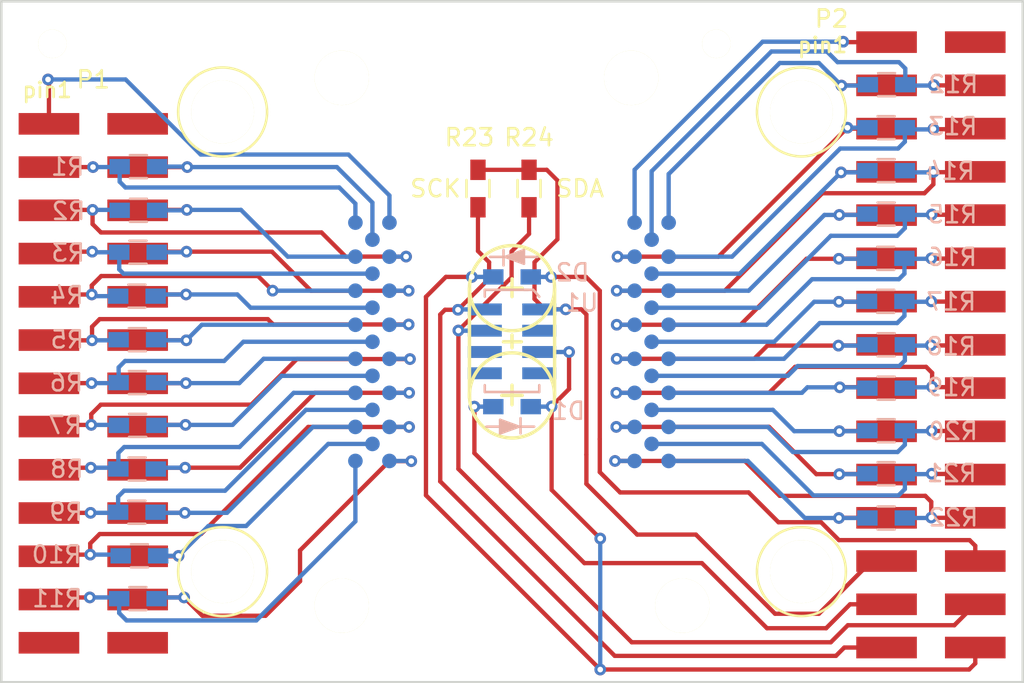
<source format=kicad_pcb>
(kicad_pcb (version 4) (host pcbnew 4.0.1-stable)

  (general
    (links 102)
    (no_connects 0)
    (area -30.075001 -26.517 30.075001 22.095)
    (thickness 1.6)
    (drawings 19)
    (tracks 539)
    (zones 0)
    (modules 33)
    (nets 61)
  )

  (page A4)
  (layers
    (0 F.Cu signal)
    (31 B.Cu signal)
    (32 B.Adhes user hide)
    (33 F.Adhes user hide)
    (34 B.Paste user)
    (35 F.Paste user)
    (36 B.SilkS user)
    (37 F.SilkS user)
    (38 B.Mask user)
    (39 F.Mask user)
    (40 Dwgs.User user)
    (41 Cmts.User user)
    (42 Eco1.User user)
    (43 Eco2.User user)
    (44 Edge.Cuts user)
    (45 Margin user)
    (46 B.CrtYd user hide)
    (47 F.CrtYd user)
    (48 B.Fab user)
    (49 F.Fab user hide)
  )

  (setup
    (last_trace_width 0.25)
    (user_trace_width 0.1524)
    (user_trace_width 0.1778)
    (user_trace_width 0.254)
    (trace_clearance 0.2)
    (zone_clearance 0.508)
    (zone_45_only no)
    (trace_min 0.1524)
    (segment_width 0.2)
    (edge_width 0.15)
    (via_size 0.6858)
    (via_drill 0.3302)
    (via_min_size 0.6858)
    (via_min_drill 0.3302)
    (user_via 0.6858 0.3302)
    (uvia_size 0.3)
    (uvia_drill 0.1)
    (uvias_allowed no)
    (uvia_min_size 0.2)
    (uvia_min_drill 0.1)
    (pcb_text_width 0.3)
    (pcb_text_size 1.5 1.5)
    (mod_edge_width 0.15)
    (mod_text_size 1 1)
    (mod_text_width 0.15)
    (pad_size 1.524 1.524)
    (pad_drill 0.762)
    (pad_to_mask_clearance 0.2)
    (aux_axis_origin 0 0)
    (visible_elements 7FFEFF7F)
    (pcbplotparams
      (layerselection 0x010f0_80000001)
      (usegerberextensions true)
      (excludeedgelayer true)
      (linewidth 0.100000)
      (plotframeref false)
      (viasonmask false)
      (mode 1)
      (useauxorigin false)
      (hpglpennumber 1)
      (hpglpenspeed 20)
      (hpglpendiameter 15)
      (hpglpenoverlay 2)
      (psnegative false)
      (psa4output false)
      (plotreference true)
      (plotvalue true)
      (plotinvisibletext false)
      (padsonsilk false)
      (subtractmaskfromsilk false)
      (outputformat 1)
      (mirror false)
      (drillshape 0)
      (scaleselection 1)
      (outputdirectory project_outputs/))
  )

  (net 0 "")
  (net 1 /MID1)
  (net 2 /MID2)
  (net 3 /A1)
  (net 4 /A2)
  (net 5 /B1)
  (net 6 /B2)
  (net 7 /LED1)
  (net 8 GND)
  (net 9 /LED2)
  (net 10 "Net-(P1-Pad2)")
  (net 11 /C1)
  (net 12 /C2)
  (net 13 /D1)
  (net 14 /D2)
  (net 15 /E1)
  (net 16 /E2)
  (net 17 /F1)
  (net 18 /F2)
  (net 19 /G1)
  (net 20 /G2)
  (net 21 /H1)
  (net 22 /H2)
  (net 23 /I1)
  (net 24 /I2)
  (net 25 /J1)
  (net 26 /J2)
  (net 27 /K1)
  (net 28 /K2)
  (net 29 "Net-(P1-Pad25)")
  (net 30 "Net-(P1-Pad26)")
  (net 31 /L1)
  (net 32 /L2)
  (net 33 /M1)
  (net 34 /M2)
  (net 35 /N1)
  (net 36 /N2)
  (net 37 /O1)
  (net 38 /O2)
  (net 39 /P1)
  (net 40 /P2)
  (net 41 /Q1)
  (net 42 /Q2)
  (net 43 /R1)
  (net 44 /R2)
  (net 45 /S1)
  (net 46 /S2)
  (net 47 /T1)
  (net 48 /T2)
  (net 49 /U1)
  (net 50 /U2)
  (net 51 /V1)
  (net 52 /V2)
  (net 53 "Net-(U1-Pad4)")
  (net 54 "Net-(U1-Pad5)")
  (net 55 "Net-(U1-Pad6)")
  (net 56 /SDA)
  (net 57 /SCL)
  (net 58 /VDD)
  (net 59 "Net-(U1-Pad2)")
  (net 60 "Net-(P2-Pad2)")

  (net_class Default "This is the default net class."
    (clearance 0.2)
    (trace_width 0.25)
    (via_dia 0.6858)
    (via_drill 0.3302)
    (uvia_dia 0.3)
    (uvia_drill 0.1)
    (add_net /A1)
    (add_net /A2)
    (add_net /B1)
    (add_net /B2)
    (add_net /C1)
    (add_net /C2)
    (add_net /D1)
    (add_net /D2)
    (add_net /E1)
    (add_net /E2)
    (add_net /F1)
    (add_net /F2)
    (add_net /G1)
    (add_net /G2)
    (add_net /H1)
    (add_net /H2)
    (add_net /I1)
    (add_net /I2)
    (add_net /J1)
    (add_net /J2)
    (add_net /K1)
    (add_net /K2)
    (add_net /L1)
    (add_net /L2)
    (add_net /LED1)
    (add_net /LED2)
    (add_net /M1)
    (add_net /M2)
    (add_net /MID1)
    (add_net /MID2)
    (add_net /N1)
    (add_net /N2)
    (add_net /O1)
    (add_net /O2)
    (add_net /P1)
    (add_net /P2)
    (add_net /Q1)
    (add_net /Q2)
    (add_net /R1)
    (add_net /R2)
    (add_net /S1)
    (add_net /S2)
    (add_net /SCL)
    (add_net /SDA)
    (add_net /T1)
    (add_net /T2)
    (add_net /U1)
    (add_net /U2)
    (add_net /V1)
    (add_net /V2)
    (add_net /VDD)
    (add_net GND)
    (add_net "Net-(P1-Pad2)")
    (add_net "Net-(P1-Pad25)")
    (add_net "Net-(P1-Pad26)")
    (add_net "Net-(P2-Pad2)")
    (add_net "Net-(U1-Pad2)")
    (add_net "Net-(U1-Pad4)")
    (add_net "Net-(U1-Pad5)")
    (add_net "Net-(U1-Pad6)")
  )

  (module footprints_on_Cdrive:dowel_holes2 (layer F.Cu) (tedit 5892E1F6) (tstamp 58959EFE)
    (at 0 0)
    (path /589314F8)
    (fp_text reference H3 (at -8.636 -24.392) (layer F.SilkS) hide
      (effects (font (size 1 1) (thickness 0.15)))
    )
    (fp_text value dowel_holes2 (at -8.636 -25.392) (layer F.Fab)
      (effects (font (size 1 1) (thickness 0.15)))
    )
    (pad "" np_thru_hole circle (at -27 -17.5) (size 1.6764 1.6764) (drill 1.6764) (layers *.Cu *.Mask F.SilkS))
    (pad "" np_thru_hole circle (at 12 -17.5) (size 1.6764 1.6764) (drill 1.6764) (layers *.Cu *.Mask F.SilkS))
  )

  (module Footprints:mount_holes (layer F.Cu) (tedit 58874106) (tstamp 58873C8F)
    (at 0 0)
    (path /5887E3FD)
    (fp_text reference H1 (at 0.925 19.725) (layer F.SilkS) hide
      (effects (font (size 1 1) (thickness 0.15)))
    )
    (fp_text value mount_holes (at 1.325 17.925) (layer F.Fab) hide
      (effects (font (size 1 1) (thickness 0.15)))
    )
    (fp_circle (center -17 -13.5) (end -19.6122 -13.5) (layer F.SilkS) (width 0.15))
    (fp_circle (center 17 13.5) (end 19.6122 13.5) (layer F.SilkS) (width 0.15))
    (fp_circle (center 17 -13.5) (end 19.6122 -13.5) (layer F.SilkS) (width 0.15))
    (fp_circle (center -17 13.5) (end -19.6122 13.5) (layer F.SilkS) (width 0.15))
    (pad "" np_thru_hole circle (at -17 -13.5) (size 3.7 3.7) (drill 3.7) (layers *.Cu *.Mask F.SilkS))
    (pad "" np_thru_hole circle (at -17 13.5) (size 3.7 3.7) (drill 3.7) (layers *.Cu *.Mask F.SilkS))
    (pad "" np_thru_hole circle (at 17 13.5) (size 3.7 3.7) (drill 3.7) (layers *.Cu *.Mask F.SilkS))
    (pad "" np_thru_hole circle (at 17 -13.5) (size 3.7 3.7) (drill 3.7) (layers *.Cu *.Mask F.SilkS))
  )

  (module MS8607 (layer B.Cu) (tedit 58871A13) (tstamp 5886EF57)
    (at 0 0 180)
    (path /5886E2E5)
    (fp_text reference U1 (at -4.064 2.286 180) (layer B.SilkS)
      (effects (font (size 1 1) (thickness 0.15)) (justify mirror))
    )
    (fp_text value MS8607 (at 0.4 -3.85 180) (layer B.Fab) hide
      (effects (font (size 1 1) (thickness 0.15)) (justify mirror))
    )
    (fp_line (start -1.6 2.65) (end -1.25 3.05) (layer B.SilkS) (width 0.15))
    (fp_line (start -1.25 3.05) (end -0.7 3.05) (layer B.SilkS) (width 0.15))
    (fp_line (start -0.95 3.05) (end 1.6 3.05) (layer B.SilkS) (width 0.15))
    (fp_line (start -1.6 -2.55) (end -1.6 -2.95) (layer B.SilkS) (width 0.15))
    (fp_line (start -1.6 -2.95) (end 1.6 -2.95) (layer B.SilkS) (width 0.15))
    (fp_line (start 1.6 -2.95) (end 1.6 -2.55) (layer B.SilkS) (width 0.15))
    (fp_line (start 1.6 3.05) (end 1.6 2.65) (layer B.SilkS) (width 0.15))
    (pad 4 smd rect (at -1.6 -1.85 180) (size 2 0.7) (layers B.Cu B.Paste B.Mask)
      (net 53 "Net-(U1-Pad4)"))
    (pad 5 smd rect (at 1.6 -1.85 180) (size 2 0.7) (layers B.Cu B.Paste B.Mask)
      (net 54 "Net-(U1-Pad5)"))
    (pad 6 smd rect (at 1.6 -0.6 180) (size 2 0.7) (layers B.Cu B.Paste B.Mask)
      (net 55 "Net-(U1-Pad6)"))
    (pad 7 smd rect (at 1.6 0.65 180) (size 2 0.7) (layers B.Cu B.Paste B.Mask)
      (net 56 /SDA))
    (pad 8 smd rect (at 1.6 1.9 180) (size 2 0.7) (layers B.Cu B.Paste B.Mask)
      (net 57 /SCL))
    (pad 1 smd rect (at -1.6 1.9 180) (size 2 0.7) (layers B.Cu B.Paste B.Mask)
      (net 58 /VDD))
    (pad 2 smd rect (at -1.6 0.65 180) (size 2 0.7) (layers B.Cu B.Paste B.Mask)
      (net 59 "Net-(U1-Pad2)"))
    (pad 3 smd rect (at -1.6 -0.6 180) (size 2 0.7) (layers B.Cu B.Paste B.Mask)
      (net 8 GND))
  )

  (module R_0603_HandSoldering (layer B.Cu) (tedit 58875327) (tstamp 58871286)
    (at -21.99132 4.91236)
    (descr "Resistor SMD 0603, hand soldering")
    (tags "resistor 0603")
    (path /5888250B)
    (attr smd)
    (fp_text reference R7 (at -4.25868 -0.01236) (layer B.SilkS)
      (effects (font (size 1 1) (thickness 0.15)) (justify mirror))
    )
    (fp_text value 4.7k (at 0 -1.9) (layer B.Fab) hide
      (effects (font (size 1 1) (thickness 0.15)) (justify mirror))
    )
    (fp_line (start -2 0.8) (end 2 0.8) (layer B.CrtYd) (width 0.05))
    (fp_line (start -2 -0.8) (end 2 -0.8) (layer B.CrtYd) (width 0.05))
    (fp_line (start -2 0.8) (end -2 -0.8) (layer B.CrtYd) (width 0.05))
    (fp_line (start 2 0.8) (end 2 -0.8) (layer B.CrtYd) (width 0.05))
    (fp_line (start 0.5 -0.675) (end -0.5 -0.675) (layer B.SilkS) (width 0.15))
    (fp_line (start -0.5 0.675) (end 0.5 0.675) (layer B.SilkS) (width 0.15))
    (pad 1 smd rect (at -1.1 0) (size 1.2 0.9) (layers B.Cu B.Paste B.Mask)
      (net 19 /G1))
    (pad 2 smd rect (at 1.1 0) (size 1.2 0.9) (layers B.Cu B.Paste B.Mask)
      (net 20 /G2))
    (model Resistors_SMD.3dshapes/R_0603_HandSoldering.wrl
      (at (xyz 0 0 0))
      (scale (xyz 1 1 1))
      (rotate (xyz 0 0 0))
    )
  )

  (module Footprints:header_smt_2x13 (layer F.Cu) (tedit 5887072C) (tstamp 58870A2D)
    (at -27.2 -12.8 270)
    (path /5886C19D)
    (fp_text reference P1 (at -2.6 -2.6 360) (layer F.SilkS)
      (effects (font (size 1 1) (thickness 0.15)))
    )
    (fp_text value CONN_02X13 (at 33.16 -2.36 360) (layer F.Fab) hide
      (effects (font (size 1 1) (thickness 0.15)))
    )
    (pad 1 smd rect (at 0 0 270) (size 1.27 3.56) (layers F.Cu F.Paste F.Mask)
      (net 1 /MID1))
    (pad 2 smd rect (at 0 -5.21 270) (size 1.27 3.56) (layers F.Cu F.Paste F.Mask)
      (net 10 "Net-(P1-Pad2)"))
    (pad 3 smd rect (at 2.54 0 270) (size 1.27 3.56) (layers F.Cu F.Paste F.Mask)
      (net 3 /A1))
    (pad 4 smd rect (at 2.54 -5.21 270) (size 1.27 3.56) (layers F.Cu F.Paste F.Mask)
      (net 4 /A2))
    (pad 5 smd rect (at 5.08 0 270) (size 1.27 3.56) (layers F.Cu F.Paste F.Mask)
      (net 5 /B1))
    (pad 6 smd rect (at 5.08 -5.21 270) (size 1.27 3.56) (layers F.Cu F.Paste F.Mask)
      (net 6 /B2))
    (pad 7 smd rect (at 7.62 0 270) (size 1.27 3.56) (layers F.Cu F.Paste F.Mask)
      (net 11 /C1))
    (pad 8 smd rect (at 7.62 -5.21 270) (size 1.27 3.56) (layers F.Cu F.Paste F.Mask)
      (net 12 /C2))
    (pad 9 smd rect (at 10.16 0 270) (size 1.27 3.56) (layers F.Cu F.Paste F.Mask)
      (net 13 /D1))
    (pad 10 smd rect (at 10.16 -5.21 270) (size 1.27 3.56) (layers F.Cu F.Paste F.Mask)
      (net 14 /D2))
    (pad 11 smd rect (at 12.7 0 270) (size 1.27 3.56) (layers F.Cu F.Paste F.Mask)
      (net 15 /E1))
    (pad 12 smd rect (at 12.7 -5.21 270) (size 1.27 3.56) (layers F.Cu F.Paste F.Mask)
      (net 16 /E2))
    (pad 13 smd rect (at 15.24 0 270) (size 1.27 3.56) (layers F.Cu F.Paste F.Mask)
      (net 17 /F1))
    (pad 14 smd rect (at 15.24 -5.21 270) (size 1.27 3.56) (layers F.Cu F.Paste F.Mask)
      (net 18 /F2))
    (pad 15 smd rect (at 17.78 0 270) (size 1.27 3.56) (layers F.Cu F.Paste F.Mask)
      (net 19 /G1))
    (pad 16 smd rect (at 17.78 -5.21 270) (size 1.27 3.56) (layers F.Cu F.Paste F.Mask)
      (net 20 /G2))
    (pad 17 smd rect (at 20.32 0 270) (size 1.27 3.56) (layers F.Cu F.Paste F.Mask)
      (net 21 /H1))
    (pad 18 smd rect (at 20.32 -5.21 270) (size 1.27 3.56) (layers F.Cu F.Paste F.Mask)
      (net 22 /H2))
    (pad 19 smd rect (at 22.86 0 270) (size 1.27 3.56) (layers F.Cu F.Paste F.Mask)
      (net 23 /I1))
    (pad 20 smd rect (at 22.86 -5.21 270) (size 1.27 3.56) (layers F.Cu F.Paste F.Mask)
      (net 24 /I2))
    (pad 21 smd rect (at 25.4 0 270) (size 1.27 3.56) (layers F.Cu F.Paste F.Mask)
      (net 25 /J1))
    (pad 22 smd rect (at 25.4 -5.21 270) (size 1.27 3.56) (layers F.Cu F.Paste F.Mask)
      (net 26 /J2))
    (pad 23 smd rect (at 27.94 0 270) (size 1.27 3.56) (layers F.Cu F.Paste F.Mask)
      (net 27 /K1))
    (pad 24 smd rect (at 27.94 -5.21 270) (size 1.27 3.56) (layers F.Cu F.Paste F.Mask)
      (net 28 /K2))
    (pad 25 smd rect (at 30.48 0 270) (size 1.27 3.56) (layers F.Cu F.Paste F.Mask)
      (net 29 "Net-(P1-Pad25)"))
    (pad 26 smd rect (at 30.48 -5.21 270) (size 1.27 3.56) (layers F.Cu F.Paste F.Mask)
      (net 30 "Net-(P1-Pad26)"))
  )

  (module Footprints:header_smt_2x15 (layer F.Cu) (tedit 58872599) (tstamp 58870A6B)
    (at 22 -17.6 270)
    (path /5886C14C)
    (fp_text reference P2 (at -1.3738 3.2326 360) (layer F.SilkS)
      (effects (font (size 1 1) (thickness 0.15)))
    )
    (fp_text value CONN_02X15 (at 38.72 -2.32 360) (layer F.Fab) hide
      (effects (font (size 1 1) (thickness 0.15)))
    )
    (pad 1 smd rect (at 0 0 270) (size 1.27 3.56) (layers F.Cu F.Paste F.Mask)
      (net 2 /MID2))
    (pad 2 smd rect (at 0 -5.21 270) (size 1.27 3.56) (layers F.Cu F.Paste F.Mask)
      (net 60 "Net-(P2-Pad2)"))
    (pad 3 smd rect (at 2.54 0 270) (size 1.27 3.56) (layers F.Cu F.Paste F.Mask)
      (net 31 /L1))
    (pad 4 smd rect (at 2.54 -5.21 270) (size 1.27 3.56) (layers F.Cu F.Paste F.Mask)
      (net 32 /L2))
    (pad 5 smd rect (at 5.08 0 270) (size 1.27 3.56) (layers F.Cu F.Paste F.Mask)
      (net 33 /M1))
    (pad 6 smd rect (at 5.08 -5.21 270) (size 1.27 3.56) (layers F.Cu F.Paste F.Mask)
      (net 34 /M2))
    (pad 7 smd rect (at 7.62 0 270) (size 1.27 3.56) (layers F.Cu F.Paste F.Mask)
      (net 35 /N1))
    (pad 8 smd rect (at 7.62 -5.21 270) (size 1.27 3.56) (layers F.Cu F.Paste F.Mask)
      (net 36 /N2))
    (pad 9 smd rect (at 10.16 0 270) (size 1.27 3.56) (layers F.Cu F.Paste F.Mask)
      (net 37 /O1))
    (pad 10 smd rect (at 10.16 -5.21 270) (size 1.27 3.56) (layers F.Cu F.Paste F.Mask)
      (net 38 /O2))
    (pad 11 smd rect (at 12.7 0 270) (size 1.27 3.56) (layers F.Cu F.Paste F.Mask)
      (net 39 /P1))
    (pad 12 smd rect (at 12.7 -5.21 270) (size 1.27 3.56) (layers F.Cu F.Paste F.Mask)
      (net 40 /P2))
    (pad 13 smd rect (at 15.24 0 270) (size 1.27 3.56) (layers F.Cu F.Paste F.Mask)
      (net 41 /Q1))
    (pad 14 smd rect (at 15.24 -5.21 270) (size 1.27 3.56) (layers F.Cu F.Paste F.Mask)
      (net 42 /Q2))
    (pad 15 smd rect (at 17.78 0 270) (size 1.27 3.56) (layers F.Cu F.Paste F.Mask)
      (net 43 /R1))
    (pad 16 smd rect (at 17.78 -5.21 270) (size 1.27 3.56) (layers F.Cu F.Paste F.Mask)
      (net 44 /R2))
    (pad 17 smd rect (at 20.32 0 270) (size 1.27 3.56) (layers F.Cu F.Paste F.Mask)
      (net 45 /S1))
    (pad 18 smd rect (at 20.32 -5.21 270) (size 1.27 3.56) (layers F.Cu F.Paste F.Mask)
      (net 46 /S2))
    (pad 19 smd rect (at 22.86 0 270) (size 1.27 3.56) (layers F.Cu F.Paste F.Mask)
      (net 47 /T1))
    (pad 20 smd rect (at 22.86 -5.21 270) (size 1.27 3.56) (layers F.Cu F.Paste F.Mask)
      (net 48 /T2))
    (pad 21 smd rect (at 25.4 0 270) (size 1.27 3.56) (layers F.Cu F.Paste F.Mask)
      (net 49 /U1))
    (pad 22 smd rect (at 25.4 -5.21 270) (size 1.27 3.56) (layers F.Cu F.Paste F.Mask)
      (net 50 /U2))
    (pad 23 smd rect (at 27.94 0 270) (size 1.27 3.56) (layers F.Cu F.Paste F.Mask)
      (net 51 /V1))
    (pad 24 smd rect (at 27.94 -5.21 270) (size 1.27 3.56) (layers F.Cu F.Paste F.Mask)
      (net 52 /V2))
    (pad 25 smd rect (at 30.48 0 270) (size 1.27 3.56) (layers F.Cu F.Paste F.Mask)
      (net 58 /VDD))
    (pad 26 smd rect (at 30.48 -5.21 270) (size 1.27 3.56) (layers F.Cu F.Paste F.Mask)
      (net 9 /LED2))
    (pad 27 smd rect (at 33.02 0 270) (size 1.27 3.56) (layers F.Cu F.Paste F.Mask)
      (net 7 /LED1))
    (pad 28 smd rect (at 33.02 -5.21 270) (size 1.27 3.56) (layers F.Cu F.Paste F.Mask)
      (net 56 /SDA))
    (pad 29 smd rect (at 35.56 0 270) (size 1.27 3.56) (layers F.Cu F.Paste F.Mask)
      (net 57 /SCL))
    (pad 30 smd rect (at 35.56 -5.21 270) (size 1.27 3.56) (layers F.Cu F.Paste F.Mask)
      (net 8 GND))
  )

  (module Footprints:bondpads (layer B.Cu) (tedit 5886F4EF) (tstamp 588711FB)
    (at 0 0 180)
    (path /58831B10)
    (fp_text reference BP1 (at -1.8 -0.5 180) (layer B.SilkS) hide
      (effects (font (size 1 1) (thickness 0.15)) (justify mirror))
    )
    (fp_text value "Die Bond Pads" (at -1.8 0.5 180) (layer B.Fab) hide
      (effects (font (size 1 1) (thickness 0.15)) (justify mirror))
    )
    (pad 1 smd circle (at -7.2 7 180) (size 0.86 0.86) (layers B.Cu B.Paste B.Mask)
      (net 2 /MID2))
    (pad 2 smd circle (at 7.2 7 180) (size 0.86 0.86) (layers B.Cu B.Paste B.Mask)
      (net 1 /MID1))
    (pad 3 smd circle (at 9.2 7 180) (size 0.86 0.86) (layers B.Cu B.Paste B.Mask)
      (net 3 /A1))
    (pad 4 smd circle (at 8.2 6 180) (size 0.86 0.86) (layers B.Cu B.Paste B.Mask)
      (net 4 /A2))
    (pad 5 smd circle (at 7.2 5 180) (size 0.86 0.86) (layers B.Cu B.Paste B.Mask)
      (net 5 /B1))
    (pad 6 smd circle (at 9.2 5 180) (size 0.86 0.86) (layers B.Cu B.Paste B.Mask)
      (net 6 /B2))
    (pad 7 smd circle (at 8.2 4 180) (size 0.86 0.86) (layers B.Cu B.Paste B.Mask)
      (net 11 /C1))
    (pad 8 smd circle (at 7.2 3 180) (size 0.86 0.86) (layers B.Cu B.Paste B.Mask)
      (net 12 /C2))
    (pad 9 smd circle (at 9.2 3 180) (size 0.86 0.86) (layers B.Cu B.Paste B.Mask)
      (net 13 /D1))
    (pad 10 smd circle (at 8.2 2 180) (size 0.86 0.86) (layers B.Cu B.Paste B.Mask)
      (net 14 /D2))
    (pad 11 smd circle (at 7.2 1 180) (size 0.86 0.86) (layers B.Cu B.Paste B.Mask)
      (net 15 /E1))
    (pad 12 smd circle (at 9.2 1 180) (size 0.86 0.86) (layers B.Cu B.Paste B.Mask)
      (net 16 /E2))
    (pad 13 smd circle (at 8.2 0 180) (size 0.86 0.86) (layers B.Cu B.Paste B.Mask)
      (net 17 /F1))
    (pad 14 smd circle (at 9.2 -1 180) (size 0.86 0.86) (layers B.Cu B.Paste B.Mask)
      (net 18 /F2))
    (pad 15 smd circle (at 7.2 -1 180) (size 0.86 0.86) (layers B.Cu B.Paste B.Mask)
      (net 19 /G1))
    (pad 16 smd circle (at 8.2 -2 180) (size 0.86 0.86) (layers B.Cu B.Paste B.Mask)
      (net 20 /G2))
    (pad 17 smd circle (at 9.2 -3 180) (size 0.86 0.86) (layers B.Cu B.Paste B.Mask)
      (net 21 /H1))
    (pad 18 smd circle (at 7.2 -3 180) (size 0.86 0.86) (layers B.Cu B.Paste B.Mask)
      (net 22 /H2))
    (pad 19 smd circle (at 8.2 -4 180) (size 0.86 0.86) (layers B.Cu B.Paste B.Mask)
      (net 23 /I1))
    (pad 20 smd circle (at 9.2 -5 180) (size 0.86 0.86) (layers B.Cu B.Paste B.Mask)
      (net 24 /I2))
    (pad 21 smd circle (at 7.2 -5 180) (size 0.86 0.86) (layers B.Cu B.Paste B.Mask)
      (net 25 /J1))
    (pad 22 smd circle (at 8.2 -6 180) (size 0.86 0.86) (layers B.Cu B.Paste B.Mask)
      (net 26 /J2))
    (pad 23 smd circle (at 9.2 -7 180) (size 0.86 0.86) (layers B.Cu B.Paste B.Mask)
      (net 27 /K1))
    (pad 24 smd circle (at 7.2 -7 180) (size 0.86 0.86) (layers B.Cu B.Paste B.Mask)
      (net 28 /K2))
    (pad 25 smd circle (at -9.2 7 180) (size 0.86 0.86) (layers B.Cu B.Paste B.Mask)
      (net 31 /L1))
    (pad 26 smd circle (at -8.2 6 180) (size 0.86 0.86) (layers B.Cu B.Paste B.Mask)
      (net 32 /L2))
    (pad 27 smd circle (at -7.2 5 180) (size 0.86 0.86) (layers B.Cu B.Paste B.Mask)
      (net 33 /M1))
    (pad 28 smd circle (at -9.2 5 180) (size 0.86 0.86) (layers B.Cu B.Paste B.Mask)
      (net 34 /M2))
    (pad 29 smd circle (at -8.2 4 180) (size 0.86 0.86) (layers B.Cu B.Paste B.Mask)
      (net 35 /N1))
    (pad 30 smd circle (at -7.2 3 180) (size 0.86 0.86) (layers B.Cu B.Paste B.Mask)
      (net 36 /N2))
    (pad 31 smd circle (at -9.2 3 180) (size 0.86 0.86) (layers B.Cu B.Paste B.Mask)
      (net 37 /O1))
    (pad 32 smd circle (at -8.2 2 180) (size 0.86 0.86) (layers B.Cu B.Paste B.Mask)
      (net 38 /O2))
    (pad 33 smd circle (at -7.2 1 180) (size 0.86 0.86) (layers B.Cu B.Paste B.Mask)
      (net 39 /P1))
    (pad 34 smd circle (at -9.2 1 180) (size 0.86 0.86) (layers B.Cu B.Paste B.Mask)
      (net 40 /P2))
    (pad 35 smd circle (at -8.2 0 180) (size 0.86 0.86) (layers B.Cu B.Paste B.Mask)
      (net 41 /Q1))
    (pad 36 smd circle (at -9.2 -1 180) (size 0.86 0.86) (layers B.Cu B.Paste B.Mask)
      (net 42 /Q2))
    (pad 37 smd circle (at -7.2 -1 180) (size 0.86 0.86) (layers B.Cu B.Paste B.Mask)
      (net 43 /R1))
    (pad 38 smd circle (at -8.2 -2 180) (size 0.86 0.86) (layers B.Cu B.Paste B.Mask)
      (net 44 /R2))
    (pad 39 smd circle (at -9.2 -3 180) (size 0.86 0.86) (layers B.Cu B.Paste B.Mask)
      (net 45 /S1))
    (pad 40 smd circle (at -7.2 -3 180) (size 0.86 0.86) (layers B.Cu B.Paste B.Mask)
      (net 46 /S2))
    (pad 41 smd circle (at -8.2 -4 180) (size 0.86 0.86) (layers B.Cu B.Paste B.Mask)
      (net 47 /T1))
    (pad 42 smd circle (at -9.2 -5 180) (size 0.86 0.86) (layers B.Cu B.Paste B.Mask)
      (net 48 /T2))
    (pad 43 smd circle (at -7.2 -5 180) (size 0.86 0.86) (layers B.Cu B.Paste B.Mask)
      (net 49 /U1))
    (pad 44 smd circle (at -8.2 -6 180) (size 0.86 0.86) (layers B.Cu B.Paste B.Mask)
      (net 50 /U2))
    (pad 45 smd circle (at -9.2 -7 180) (size 0.86 0.86) (layers B.Cu B.Paste B.Mask)
      (net 51 /V1))
    (pad 46 smd circle (at -7.2 -7 180) (size 0.86 0.86) (layers B.Cu B.Paste B.Mask)
      (net 52 /V2))
  )

  (module Footprints:dowel_holes (layer F.Cu) (tedit 58870316) (tstamp 5887146C)
    (at 0 0)
    (path /5887E2E5)
    (fp_text reference H2 (at 0 0.5) (layer F.SilkS) hide
      (effects (font (size 1 1) (thickness 0.15)))
    )
    (fp_text value dowel_holes (at 0 -0.5) (layer F.Fab) hide
      (effects (font (size 1 1) (thickness 0.15)))
    )
    (pad "" np_thru_hole circle (at -10 -15.5) (size 3.2 3.2) (drill 3.2) (layers *.Cu *.Mask F.SilkS))
    (pad "" np_thru_hole circle (at -10 15.5) (size 3.2 3.2) (drill 3.2) (layers *.Cu *.Mask F.SilkS))
    (pad "" np_thru_hole circle (at 10 15.5) (size 3.2 3.2) (drill 3.2) (layers *.Cu *.Mask F.SilkS))
    (pad "" np_thru_hole circle (at 7 -15.5) (size 3.2 3.2) (drill 3.2) (layers *.Cu *.Mask F.SilkS))
  )

  (module Footprints:R_0603_HandSoldering (layer B.Cu) (tedit 5887530F) (tstamp 5887122C)
    (at -21.9456 -10.287)
    (descr "Resistor SMD 0603, hand soldering")
    (tags "resistor 0603")
    (path /5886D086)
    (attr smd)
    (fp_text reference R1 (at -4.1544 0.012) (layer B.SilkS)
      (effects (font (size 1 1) (thickness 0.15)) (justify mirror))
    )
    (fp_text value 1k (at 0 -1.9) (layer B.Fab) hide
      (effects (font (size 1 1) (thickness 0.15)) (justify mirror))
    )
    (fp_line (start -2 0.8) (end 2 0.8) (layer B.CrtYd) (width 0.05))
    (fp_line (start -2 -0.8) (end 2 -0.8) (layer B.CrtYd) (width 0.05))
    (fp_line (start -2 0.8) (end -2 -0.8) (layer B.CrtYd) (width 0.05))
    (fp_line (start 2 0.8) (end 2 -0.8) (layer B.CrtYd) (width 0.05))
    (fp_line (start 0.5 -0.675) (end -0.5 -0.675) (layer B.SilkS) (width 0.15))
    (fp_line (start -0.5 0.675) (end 0.5 0.675) (layer B.SilkS) (width 0.15))
    (pad 1 smd rect (at -1.1 0) (size 1.2 0.9) (layers B.Cu B.Paste B.Mask)
      (net 3 /A1))
    (pad 2 smd rect (at 1.1 0) (size 1.2 0.9) (layers B.Cu B.Paste B.Mask)
      (net 4 /A2))
    (model Resistors_SMD.3dshapes/R_0603_HandSoldering.wrl
      (at (xyz 0 0 0))
      (scale (xyz 1 1 1))
      (rotate (xyz 0 0 0))
    )
  )

  (module Footprints:R_0603_HandSoldering (layer B.Cu) (tedit 58875313) (tstamp 5887123B)
    (at -21.9456 -7.7216)
    (descr "Resistor SMD 0603, hand soldering")
    (tags "resistor 0603")
    (path /58881A29)
    (attr smd)
    (fp_text reference R2 (at -4.1044 0.0466) (layer B.SilkS)
      (effects (font (size 1 1) (thickness 0.15)) (justify mirror))
    )
    (fp_text value 1.5k (at 0 -1.9) (layer B.Fab) hide
      (effects (font (size 1 1) (thickness 0.15)) (justify mirror))
    )
    (fp_line (start -2 0.8) (end 2 0.8) (layer B.CrtYd) (width 0.05))
    (fp_line (start -2 -0.8) (end 2 -0.8) (layer B.CrtYd) (width 0.05))
    (fp_line (start -2 0.8) (end -2 -0.8) (layer B.CrtYd) (width 0.05))
    (fp_line (start 2 0.8) (end 2 -0.8) (layer B.CrtYd) (width 0.05))
    (fp_line (start 0.5 -0.675) (end -0.5 -0.675) (layer B.SilkS) (width 0.15))
    (fp_line (start -0.5 0.675) (end 0.5 0.675) (layer B.SilkS) (width 0.15))
    (pad 1 smd rect (at -1.1 0) (size 1.2 0.9) (layers B.Cu B.Paste B.Mask)
      (net 5 /B1))
    (pad 2 smd rect (at 1.1 0) (size 1.2 0.9) (layers B.Cu B.Paste B.Mask)
      (net 6 /B2))
    (model Resistors_SMD.3dshapes/R_0603_HandSoldering.wrl
      (at (xyz 0 0 0))
      (scale (xyz 1 1 1))
      (rotate (xyz 0 0 0))
    )
  )

  (module Footprints:R_0603_HandSoldering (layer B.Cu) (tedit 58875317) (tstamp 5887124A)
    (at -21.971 -5.2578)
    (descr "Resistor SMD 0603, hand soldering")
    (tags "resistor 0603")
    (path /58881C51)
    (attr smd)
    (fp_text reference R3 (at -4.104 0.0328) (layer B.SilkS)
      (effects (font (size 1 1) (thickness 0.15)) (justify mirror))
    )
    (fp_text value 2k (at 0 -1.9) (layer B.Fab) hide
      (effects (font (size 1 1) (thickness 0.15)) (justify mirror))
    )
    (fp_line (start -2 0.8) (end 2 0.8) (layer B.CrtYd) (width 0.05))
    (fp_line (start -2 -0.8) (end 2 -0.8) (layer B.CrtYd) (width 0.05))
    (fp_line (start -2 0.8) (end -2 -0.8) (layer B.CrtYd) (width 0.05))
    (fp_line (start 2 0.8) (end 2 -0.8) (layer B.CrtYd) (width 0.05))
    (fp_line (start 0.5 -0.675) (end -0.5 -0.675) (layer B.SilkS) (width 0.15))
    (fp_line (start -0.5 0.675) (end 0.5 0.675) (layer B.SilkS) (width 0.15))
    (pad 1 smd rect (at -1.1 0) (size 1.2 0.9) (layers B.Cu B.Paste B.Mask)
      (net 11 /C1))
    (pad 2 smd rect (at 1.1 0) (size 1.2 0.9) (layers B.Cu B.Paste B.Mask)
      (net 12 /C2))
    (model Resistors_SMD.3dshapes/R_0603_HandSoldering.wrl
      (at (xyz 0 0 0))
      (scale (xyz 1 1 1))
      (rotate (xyz 0 0 0))
    )
  )

  (module Footprints:R_0603_HandSoldering (layer B.Cu) (tedit 5887531A) (tstamp 58871259)
    (at -22.0345 -2.6797)
    (descr "Resistor SMD 0603, hand soldering")
    (tags "resistor 0603")
    (path /58881D12)
    (attr smd)
    (fp_text reference R4 (at -4.1155 -0.0453) (layer B.SilkS)
      (effects (font (size 1 1) (thickness 0.15)) (justify mirror))
    )
    (fp_text value 2.7k (at 0 -1.9) (layer B.Fab) hide
      (effects (font (size 1 1) (thickness 0.15)) (justify mirror))
    )
    (fp_line (start -2 0.8) (end 2 0.8) (layer B.CrtYd) (width 0.05))
    (fp_line (start -2 -0.8) (end 2 -0.8) (layer B.CrtYd) (width 0.05))
    (fp_line (start -2 0.8) (end -2 -0.8) (layer B.CrtYd) (width 0.05))
    (fp_line (start 2 0.8) (end 2 -0.8) (layer B.CrtYd) (width 0.05))
    (fp_line (start 0.5 -0.675) (end -0.5 -0.675) (layer B.SilkS) (width 0.15))
    (fp_line (start -0.5 0.675) (end 0.5 0.675) (layer B.SilkS) (width 0.15))
    (pad 1 smd rect (at -1.1 0) (size 1.2 0.9) (layers B.Cu B.Paste B.Mask)
      (net 13 /D1))
    (pad 2 smd rect (at 1.1 0) (size 1.2 0.9) (layers B.Cu B.Paste B.Mask)
      (net 14 /D2))
    (model Resistors_SMD.3dshapes/R_0603_HandSoldering.wrl
      (at (xyz 0 0 0))
      (scale (xyz 1 1 1))
      (rotate (xyz 0 0 0))
    )
  )

  (module Footprints:R_0603_HandSoldering (layer B.Cu) (tedit 5887531E) (tstamp 58871268)
    (at -22.00656 -0.12192)
    (descr "Resistor SMD 0603, hand soldering")
    (tags "resistor 0603")
    (path /58881DFE)
    (attr smd)
    (fp_text reference R5 (at -4.11844 -0.00308) (layer B.SilkS)
      (effects (font (size 1 1) (thickness 0.15)) (justify mirror))
    )
    (fp_text value 3.3k (at 0 -1.9) (layer B.Fab) hide
      (effects (font (size 1 1) (thickness 0.15)) (justify mirror))
    )
    (fp_line (start -2 0.8) (end 2 0.8) (layer B.CrtYd) (width 0.05))
    (fp_line (start -2 -0.8) (end 2 -0.8) (layer B.CrtYd) (width 0.05))
    (fp_line (start -2 0.8) (end -2 -0.8) (layer B.CrtYd) (width 0.05))
    (fp_line (start 2 0.8) (end 2 -0.8) (layer B.CrtYd) (width 0.05))
    (fp_line (start 0.5 -0.675) (end -0.5 -0.675) (layer B.SilkS) (width 0.15))
    (fp_line (start -0.5 0.675) (end 0.5 0.675) (layer B.SilkS) (width 0.15))
    (pad 1 smd rect (at -1.1 0) (size 1.2 0.9) (layers B.Cu B.Paste B.Mask)
      (net 15 /E1))
    (pad 2 smd rect (at 1.1 0) (size 1.2 0.9) (layers B.Cu B.Paste B.Mask)
      (net 16 /E2))
    (model Resistors_SMD.3dshapes/R_0603_HandSoldering.wrl
      (at (xyz 0 0 0))
      (scale (xyz 1 1 1))
      (rotate (xyz 0 0 0))
    )
  )

  (module Footprints:R_0603_HandSoldering (layer B.Cu) (tedit 58875322) (tstamp 58871277)
    (at -22.00656 2.39776)
    (descr "Resistor SMD 0603, hand soldering")
    (tags "resistor 0603")
    (path /588823FB)
    (attr smd)
    (fp_text reference R6 (at -4.16844 0.00224) (layer B.SilkS)
      (effects (font (size 1 1) (thickness 0.15)) (justify mirror))
    )
    (fp_text value 3.9k (at 0 -1.9) (layer B.Fab) hide
      (effects (font (size 1 1) (thickness 0.15)) (justify mirror))
    )
    (fp_line (start -2 0.8) (end 2 0.8) (layer B.CrtYd) (width 0.05))
    (fp_line (start -2 -0.8) (end 2 -0.8) (layer B.CrtYd) (width 0.05))
    (fp_line (start -2 0.8) (end -2 -0.8) (layer B.CrtYd) (width 0.05))
    (fp_line (start 2 0.8) (end 2 -0.8) (layer B.CrtYd) (width 0.05))
    (fp_line (start 0.5 -0.675) (end -0.5 -0.675) (layer B.SilkS) (width 0.15))
    (fp_line (start -0.5 0.675) (end 0.5 0.675) (layer B.SilkS) (width 0.15))
    (pad 1 smd rect (at -1.1 0) (size 1.2 0.9) (layers B.Cu B.Paste B.Mask)
      (net 17 /F1))
    (pad 2 smd rect (at 1.1 0) (size 1.2 0.9) (layers B.Cu B.Paste B.Mask)
      (net 18 /F2))
    (model Resistors_SMD.3dshapes/R_0603_HandSoldering.wrl
      (at (xyz 0 0 0))
      (scale (xyz 1 1 1))
      (rotate (xyz 0 0 0))
    )
  )

  (module Footprints:R_0603_HandSoldering (layer B.Cu) (tedit 5887532B) (tstamp 58871295)
    (at -22.0218 7.47268)
    (descr "Resistor SMD 0603, hand soldering")
    (tags "resistor 0603")
    (path /588825BA)
    (attr smd)
    (fp_text reference R8 (at -4.1282 0.00232) (layer B.SilkS)
      (effects (font (size 1 1) (thickness 0.15)) (justify mirror))
    )
    (fp_text value 5.6k (at 0 -1.9) (layer B.Fab) hide
      (effects (font (size 1 1) (thickness 0.15)) (justify mirror))
    )
    (fp_line (start -2 0.8) (end 2 0.8) (layer B.CrtYd) (width 0.05))
    (fp_line (start -2 -0.8) (end 2 -0.8) (layer B.CrtYd) (width 0.05))
    (fp_line (start -2 0.8) (end -2 -0.8) (layer B.CrtYd) (width 0.05))
    (fp_line (start 2 0.8) (end 2 -0.8) (layer B.CrtYd) (width 0.05))
    (fp_line (start 0.5 -0.675) (end -0.5 -0.675) (layer B.SilkS) (width 0.15))
    (fp_line (start -0.5 0.675) (end 0.5 0.675) (layer B.SilkS) (width 0.15))
    (pad 1 smd rect (at -1.1 0) (size 1.2 0.9) (layers B.Cu B.Paste B.Mask)
      (net 21 /H1))
    (pad 2 smd rect (at 1.1 0) (size 1.2 0.9) (layers B.Cu B.Paste B.Mask)
      (net 22 /H2))
    (model Resistors_SMD.3dshapes/R_0603_HandSoldering.wrl
      (at (xyz 0 0 0))
      (scale (xyz 1 1 1))
      (rotate (xyz 0 0 0))
    )
  )

  (module Footprints:R_0603_HandSoldering (layer B.Cu) (tedit 5887532F) (tstamp 588712A4)
    (at -22.03704 10.01268)
    (descr "Resistor SMD 0603, hand soldering")
    (tags "resistor 0603")
    (path /58882694)
    (attr smd)
    (fp_text reference R9 (at -4.16296 -0.01268) (layer B.SilkS)
      (effects (font (size 1 1) (thickness 0.15)) (justify mirror))
    )
    (fp_text value 6.2k (at 0 -1.9) (layer B.Fab) hide
      (effects (font (size 1 1) (thickness 0.15)) (justify mirror))
    )
    (fp_line (start -2 0.8) (end 2 0.8) (layer B.CrtYd) (width 0.05))
    (fp_line (start -2 -0.8) (end 2 -0.8) (layer B.CrtYd) (width 0.05))
    (fp_line (start -2 0.8) (end -2 -0.8) (layer B.CrtYd) (width 0.05))
    (fp_line (start 2 0.8) (end 2 -0.8) (layer B.CrtYd) (width 0.05))
    (fp_line (start 0.5 -0.675) (end -0.5 -0.675) (layer B.SilkS) (width 0.15))
    (fp_line (start -0.5 0.675) (end 0.5 0.675) (layer B.SilkS) (width 0.15))
    (pad 1 smd rect (at -1.1 0) (size 1.2 0.9) (layers B.Cu B.Paste B.Mask)
      (net 23 /I1))
    (pad 2 smd rect (at 1.1 0) (size 1.2 0.9) (layers B.Cu B.Paste B.Mask)
      (net 24 /I2))
    (model Resistors_SMD.3dshapes/R_0603_HandSoldering.wrl
      (at (xyz 0 0 0))
      (scale (xyz 1 1 1))
      (rotate (xyz 0 0 0))
    )
  )

  (module Footprints:R_0603_HandSoldering (layer B.Cu) (tedit 58875332) (tstamp 588712B3)
    (at -21.88464 12.573)
    (descr "Resistor SMD 0603, hand soldering")
    (tags "resistor 0603")
    (path /58882741)
    (attr smd)
    (fp_text reference R10 (at -4.86536 -0.073) (layer B.SilkS)
      (effects (font (size 1 1) (thickness 0.15)) (justify mirror))
    )
    (fp_text value 6.81k (at 0 -1.9) (layer B.Fab) hide
      (effects (font (size 1 1) (thickness 0.15)) (justify mirror))
    )
    (fp_line (start -2 0.8) (end 2 0.8) (layer B.CrtYd) (width 0.05))
    (fp_line (start -2 -0.8) (end 2 -0.8) (layer B.CrtYd) (width 0.05))
    (fp_line (start -2 0.8) (end -2 -0.8) (layer B.CrtYd) (width 0.05))
    (fp_line (start 2 0.8) (end 2 -0.8) (layer B.CrtYd) (width 0.05))
    (fp_line (start 0.5 -0.675) (end -0.5 -0.675) (layer B.SilkS) (width 0.15))
    (fp_line (start -0.5 0.675) (end 0.5 0.675) (layer B.SilkS) (width 0.15))
    (pad 1 smd rect (at -1.1 0) (size 1.2 0.9) (layers B.Cu B.Paste B.Mask)
      (net 25 /J1))
    (pad 2 smd rect (at 1.1 0) (size 1.2 0.9) (layers B.Cu B.Paste B.Mask)
      (net 26 /J2))
    (model Resistors_SMD.3dshapes/R_0603_HandSoldering.wrl
      (at (xyz 0 0 0))
      (scale (xyz 1 1 1))
      (rotate (xyz 0 0 0))
    )
  )

  (module Footprints:R_0603_HandSoldering (layer B.Cu) (tedit 58875337) (tstamp 588712C2)
    (at -21.97608 15.0876)
    (descr "Resistor SMD 0603, hand soldering")
    (tags "resistor 0603")
    (path /58882817)
    (attr smd)
    (fp_text reference R11 (at -4.74892 -0.0126) (layer B.SilkS)
      (effects (font (size 1 1) (thickness 0.15)) (justify mirror))
    )
    (fp_text value 7.5k (at 0 -1.9) (layer B.Fab) hide
      (effects (font (size 1 1) (thickness 0.15)) (justify mirror))
    )
    (fp_line (start -2 0.8) (end 2 0.8) (layer B.CrtYd) (width 0.05))
    (fp_line (start -2 -0.8) (end 2 -0.8) (layer B.CrtYd) (width 0.05))
    (fp_line (start -2 0.8) (end -2 -0.8) (layer B.CrtYd) (width 0.05))
    (fp_line (start 2 0.8) (end 2 -0.8) (layer B.CrtYd) (width 0.05))
    (fp_line (start 0.5 -0.675) (end -0.5 -0.675) (layer B.SilkS) (width 0.15))
    (fp_line (start -0.5 0.675) (end 0.5 0.675) (layer B.SilkS) (width 0.15))
    (pad 1 smd rect (at -1.1 0) (size 1.2 0.9) (layers B.Cu B.Paste B.Mask)
      (net 27 /K1))
    (pad 2 smd rect (at 1.1 0) (size 1.2 0.9) (layers B.Cu B.Paste B.Mask)
      (net 28 /K2))
    (model Resistors_SMD.3dshapes/R_0603_HandSoldering.wrl
      (at (xyz 0 0 0))
      (scale (xyz 1 1 1))
      (rotate (xyz 0 0 0))
    )
  )

  (module Footprints:R_0603_HandSoldering (layer B.Cu) (tedit 58874CA7) (tstamp 588712D1)
    (at 22 -15.1)
    (descr "Resistor SMD 0603, hand soldering")
    (tags "resistor 0603")
    (path /58883681)
    (attr smd)
    (fp_text reference R12 (at 3.925 -0.025) (layer B.SilkS)
      (effects (font (size 1 1) (thickness 0.15)) (justify mirror))
    )
    (fp_text value 8.2k (at 0 -1.9) (layer B.Fab) hide
      (effects (font (size 1 1) (thickness 0.15)) (justify mirror))
    )
    (fp_line (start -2 0.8) (end 2 0.8) (layer B.CrtYd) (width 0.05))
    (fp_line (start -2 -0.8) (end 2 -0.8) (layer B.CrtYd) (width 0.05))
    (fp_line (start -2 0.8) (end -2 -0.8) (layer B.CrtYd) (width 0.05))
    (fp_line (start 2 0.8) (end 2 -0.8) (layer B.CrtYd) (width 0.05))
    (fp_line (start 0.5 -0.675) (end -0.5 -0.675) (layer B.SilkS) (width 0.15))
    (fp_line (start -0.5 0.675) (end 0.5 0.675) (layer B.SilkS) (width 0.15))
    (pad 1 smd rect (at -1.1 0) (size 1.2 0.9) (layers B.Cu B.Paste B.Mask)
      (net 31 /L1))
    (pad 2 smd rect (at 1.1 0) (size 1.2 0.9) (layers B.Cu B.Paste B.Mask)
      (net 32 /L2))
    (model Resistors_SMD.3dshapes/R_0603_HandSoldering.wrl
      (at (xyz 0 0 0))
      (scale (xyz 1 1 1))
      (rotate (xyz 0 0 0))
    )
  )

  (module Footprints:R_0603_HandSoldering (layer B.Cu) (tedit 58871860) (tstamp 588712E0)
    (at 21.975 -12.575)
    (descr "Resistor SMD 0603, hand soldering")
    (tags "resistor 0603")
    (path /588838AE)
    (attr smd)
    (fp_text reference R13 (at 3.9 -0.075) (layer B.SilkS)
      (effects (font (size 1 1) (thickness 0.15)) (justify mirror))
    )
    (fp_text value 10k (at 0 -1.9) (layer B.Fab) hide
      (effects (font (size 1 1) (thickness 0.15)) (justify mirror))
    )
    (fp_line (start -2 0.8) (end 2 0.8) (layer B.CrtYd) (width 0.05))
    (fp_line (start -2 -0.8) (end 2 -0.8) (layer B.CrtYd) (width 0.05))
    (fp_line (start -2 0.8) (end -2 -0.8) (layer B.CrtYd) (width 0.05))
    (fp_line (start 2 0.8) (end 2 -0.8) (layer B.CrtYd) (width 0.05))
    (fp_line (start 0.5 -0.675) (end -0.5 -0.675) (layer B.SilkS) (width 0.15))
    (fp_line (start -0.5 0.675) (end 0.5 0.675) (layer B.SilkS) (width 0.15))
    (pad 1 smd rect (at -1.1 0) (size 1.2 0.9) (layers B.Cu B.Paste B.Mask)
      (net 33 /M1))
    (pad 2 smd rect (at 1.1 0) (size 1.2 0.9) (layers B.Cu B.Paste B.Mask)
      (net 34 /M2))
    (model Resistors_SMD.3dshapes/R_0603_HandSoldering.wrl
      (at (xyz 0 0 0))
      (scale (xyz 1 1 1))
      (rotate (xyz 0 0 0))
    )
  )

  (module Footprints:R_0603_HandSoldering (layer B.Cu) (tedit 5887185D) (tstamp 588712EF)
    (at 21.975 -10.05)
    (descr "Resistor SMD 0603, hand soldering")
    (tags "resistor 0603")
    (path /5888395E)
    (attr smd)
    (fp_text reference R14 (at 3.75 0.025) (layer B.SilkS)
      (effects (font (size 1 1) (thickness 0.15)) (justify mirror))
    )
    (fp_text value 11k (at 0 -1.9) (layer B.Fab) hide
      (effects (font (size 1 1) (thickness 0.15)) (justify mirror))
    )
    (fp_line (start -2 0.8) (end 2 0.8) (layer B.CrtYd) (width 0.05))
    (fp_line (start -2 -0.8) (end 2 -0.8) (layer B.CrtYd) (width 0.05))
    (fp_line (start -2 0.8) (end -2 -0.8) (layer B.CrtYd) (width 0.05))
    (fp_line (start 2 0.8) (end 2 -0.8) (layer B.CrtYd) (width 0.05))
    (fp_line (start 0.5 -0.675) (end -0.5 -0.675) (layer B.SilkS) (width 0.15))
    (fp_line (start -0.5 0.675) (end 0.5 0.675) (layer B.SilkS) (width 0.15))
    (pad 1 smd rect (at -1.1 0) (size 1.2 0.9) (layers B.Cu B.Paste B.Mask)
      (net 35 /N1))
    (pad 2 smd rect (at 1.1 0) (size 1.2 0.9) (layers B.Cu B.Paste B.Mask)
      (net 36 /N2))
    (model Resistors_SMD.3dshapes/R_0603_HandSoldering.wrl
      (at (xyz 0 0 0))
      (scale (xyz 1 1 1))
      (rotate (xyz 0 0 0))
    )
  )

  (module Footprints:R_0603_HandSoldering (layer B.Cu) (tedit 5887185B) (tstamp 588712FE)
    (at 21.975 -7.5)
    (descr "Resistor SMD 0603, hand soldering")
    (tags "resistor 0603")
    (path /58883A15)
    (attr smd)
    (fp_text reference R15 (at 3.9 0.025) (layer B.SilkS)
      (effects (font (size 1 1) (thickness 0.15)) (justify mirror))
    )
    (fp_text value 12k (at 0 -1.9) (layer B.Fab) hide
      (effects (font (size 1 1) (thickness 0.15)) (justify mirror))
    )
    (fp_line (start -2 0.8) (end 2 0.8) (layer B.CrtYd) (width 0.05))
    (fp_line (start -2 -0.8) (end 2 -0.8) (layer B.CrtYd) (width 0.05))
    (fp_line (start -2 0.8) (end -2 -0.8) (layer B.CrtYd) (width 0.05))
    (fp_line (start 2 0.8) (end 2 -0.8) (layer B.CrtYd) (width 0.05))
    (fp_line (start 0.5 -0.675) (end -0.5 -0.675) (layer B.SilkS) (width 0.15))
    (fp_line (start -0.5 0.675) (end 0.5 0.675) (layer B.SilkS) (width 0.15))
    (pad 1 smd rect (at -1.1 0) (size 1.2 0.9) (layers B.Cu B.Paste B.Mask)
      (net 37 /O1))
    (pad 2 smd rect (at 1.1 0) (size 1.2 0.9) (layers B.Cu B.Paste B.Mask)
      (net 38 /O2))
    (model Resistors_SMD.3dshapes/R_0603_HandSoldering.wrl
      (at (xyz 0 0 0))
      (scale (xyz 1 1 1))
      (rotate (xyz 0 0 0))
    )
  )

  (module Footprints:R_0603_HandSoldering (layer B.Cu) (tedit 58871854) (tstamp 5887130D)
    (at 21.95 -4.9)
    (descr "Resistor SMD 0603, hand soldering")
    (tags "resistor 0603")
    (path /58883AC1)
    (attr smd)
    (fp_text reference R16 (at 3.9 -0.075) (layer B.SilkS)
      (effects (font (size 1 1) (thickness 0.15)) (justify mirror))
    )
    (fp_text value 13k (at 0 -1.9) (layer B.Fab) hide
      (effects (font (size 1 1) (thickness 0.15)) (justify mirror))
    )
    (fp_line (start -2 0.8) (end 2 0.8) (layer B.CrtYd) (width 0.05))
    (fp_line (start -2 -0.8) (end 2 -0.8) (layer B.CrtYd) (width 0.05))
    (fp_line (start -2 0.8) (end -2 -0.8) (layer B.CrtYd) (width 0.05))
    (fp_line (start 2 0.8) (end 2 -0.8) (layer B.CrtYd) (width 0.05))
    (fp_line (start 0.5 -0.675) (end -0.5 -0.675) (layer B.SilkS) (width 0.15))
    (fp_line (start -0.5 0.675) (end 0.5 0.675) (layer B.SilkS) (width 0.15))
    (pad 1 smd rect (at -1.1 0) (size 1.2 0.9) (layers B.Cu B.Paste B.Mask)
      (net 39 /P1))
    (pad 2 smd rect (at 1.1 0) (size 1.2 0.9) (layers B.Cu B.Paste B.Mask)
      (net 40 /P2))
    (model Resistors_SMD.3dshapes/R_0603_HandSoldering.wrl
      (at (xyz 0 0 0))
      (scale (xyz 1 1 1))
      (rotate (xyz 0 0 0))
    )
  )

  (module Footprints:R_0603_HandSoldering (layer B.Cu) (tedit 58871852) (tstamp 5887131C)
    (at 21.95 -2.375)
    (descr "Resistor SMD 0603, hand soldering")
    (tags "resistor 0603")
    (path /588840C3)
    (attr smd)
    (fp_text reference R17 (at 3.85 0.025) (layer B.SilkS)
      (effects (font (size 1 1) (thickness 0.15)) (justify mirror))
    )
    (fp_text value 14k (at 0 -1.9) (layer B.Fab) hide
      (effects (font (size 1 1) (thickness 0.15)) (justify mirror))
    )
    (fp_line (start -2 0.8) (end 2 0.8) (layer B.CrtYd) (width 0.05))
    (fp_line (start -2 -0.8) (end 2 -0.8) (layer B.CrtYd) (width 0.05))
    (fp_line (start -2 0.8) (end -2 -0.8) (layer B.CrtYd) (width 0.05))
    (fp_line (start 2 0.8) (end 2 -0.8) (layer B.CrtYd) (width 0.05))
    (fp_line (start 0.5 -0.675) (end -0.5 -0.675) (layer B.SilkS) (width 0.15))
    (fp_line (start -0.5 0.675) (end 0.5 0.675) (layer B.SilkS) (width 0.15))
    (pad 1 smd rect (at -1.1 0) (size 1.2 0.9) (layers B.Cu B.Paste B.Mask)
      (net 41 /Q1))
    (pad 2 smd rect (at 1.1 0) (size 1.2 0.9) (layers B.Cu B.Paste B.Mask)
      (net 42 /Q2))
    (model Resistors_SMD.3dshapes/R_0603_HandSoldering.wrl
      (at (xyz 0 0 0))
      (scale (xyz 1 1 1))
      (rotate (xyz 0 0 0))
    )
  )

  (module Footprints:R_0603_HandSoldering (layer B.Cu) (tedit 5887184F) (tstamp 5887132B)
    (at 21.975 0.175)
    (descr "Resistor SMD 0603, hand soldering")
    (tags "resistor 0603")
    (path /58884183)
    (attr smd)
    (fp_text reference R18 (at 3.825 0.1) (layer B.SilkS)
      (effects (font (size 1 1) (thickness 0.15)) (justify mirror))
    )
    (fp_text value 15k (at 0 -1.9) (layer B.Fab) hide
      (effects (font (size 1 1) (thickness 0.15)) (justify mirror))
    )
    (fp_line (start -2 0.8) (end 2 0.8) (layer B.CrtYd) (width 0.05))
    (fp_line (start -2 -0.8) (end 2 -0.8) (layer B.CrtYd) (width 0.05))
    (fp_line (start -2 0.8) (end -2 -0.8) (layer B.CrtYd) (width 0.05))
    (fp_line (start 2 0.8) (end 2 -0.8) (layer B.CrtYd) (width 0.05))
    (fp_line (start 0.5 -0.675) (end -0.5 -0.675) (layer B.SilkS) (width 0.15))
    (fp_line (start -0.5 0.675) (end 0.5 0.675) (layer B.SilkS) (width 0.15))
    (pad 1 smd rect (at -1.1 0) (size 1.2 0.9) (layers B.Cu B.Paste B.Mask)
      (net 43 /R1))
    (pad 2 smd rect (at 1.1 0) (size 1.2 0.9) (layers B.Cu B.Paste B.Mask)
      (net 44 /R2))
    (model Resistors_SMD.3dshapes/R_0603_HandSoldering.wrl
      (at (xyz 0 0 0))
      (scale (xyz 1 1 1))
      (rotate (xyz 0 0 0))
    )
  )

  (module Footprints:R_0603_HandSoldering (layer B.Cu) (tedit 5887184B) (tstamp 5887133A)
    (at 21.975 2.725)
    (descr "Resistor SMD 0603, hand soldering")
    (tags "resistor 0603")
    (path /58884264)
    (attr smd)
    (fp_text reference R19 (at 3.85 -0.05) (layer B.SilkS)
      (effects (font (size 1 1) (thickness 0.15)) (justify mirror))
    )
    (fp_text value 16k (at 0 -1.9) (layer B.Fab) hide
      (effects (font (size 1 1) (thickness 0.15)) (justify mirror))
    )
    (fp_line (start -2 0.8) (end 2 0.8) (layer B.CrtYd) (width 0.05))
    (fp_line (start -2 -0.8) (end 2 -0.8) (layer B.CrtYd) (width 0.05))
    (fp_line (start -2 0.8) (end -2 -0.8) (layer B.CrtYd) (width 0.05))
    (fp_line (start 2 0.8) (end 2 -0.8) (layer B.CrtYd) (width 0.05))
    (fp_line (start 0.5 -0.675) (end -0.5 -0.675) (layer B.SilkS) (width 0.15))
    (fp_line (start -0.5 0.675) (end 0.5 0.675) (layer B.SilkS) (width 0.15))
    (pad 1 smd rect (at -1.1 0) (size 1.2 0.9) (layers B.Cu B.Paste B.Mask)
      (net 45 /S1))
    (pad 2 smd rect (at 1.1 0) (size 1.2 0.9) (layers B.Cu B.Paste B.Mask)
      (net 46 /S2))
    (model Resistors_SMD.3dshapes/R_0603_HandSoldering.wrl
      (at (xyz 0 0 0))
      (scale (xyz 1 1 1))
      (rotate (xyz 0 0 0))
    )
  )

  (module Footprints:R_0603_HandSoldering (layer B.Cu) (tedit 58871848) (tstamp 58871349)
    (at 21.975 5.225)
    (descr "Resistor SMD 0603, hand soldering")
    (tags "resistor 0603")
    (path /58884320)
    (attr smd)
    (fp_text reference R20 (at 3.925 0.025) (layer B.SilkS)
      (effects (font (size 1 1) (thickness 0.15)) (justify mirror))
    )
    (fp_text value 17.4k (at 0 -1.9) (layer B.Fab) hide
      (effects (font (size 1 1) (thickness 0.15)) (justify mirror))
    )
    (fp_line (start -2 0.8) (end 2 0.8) (layer B.CrtYd) (width 0.05))
    (fp_line (start -2 -0.8) (end 2 -0.8) (layer B.CrtYd) (width 0.05))
    (fp_line (start -2 0.8) (end -2 -0.8) (layer B.CrtYd) (width 0.05))
    (fp_line (start 2 0.8) (end 2 -0.8) (layer B.CrtYd) (width 0.05))
    (fp_line (start 0.5 -0.675) (end -0.5 -0.675) (layer B.SilkS) (width 0.15))
    (fp_line (start -0.5 0.675) (end 0.5 0.675) (layer B.SilkS) (width 0.15))
    (pad 1 smd rect (at -1.1 0) (size 1.2 0.9) (layers B.Cu B.Paste B.Mask)
      (net 47 /T1))
    (pad 2 smd rect (at 1.1 0) (size 1.2 0.9) (layers B.Cu B.Paste B.Mask)
      (net 48 /T2))
    (model Resistors_SMD.3dshapes/R_0603_HandSoldering.wrl
      (at (xyz 0 0 0))
      (scale (xyz 1 1 1))
      (rotate (xyz 0 0 0))
    )
  )

  (module Footprints:R_0603_HandSoldering (layer B.Cu) (tedit 58871845) (tstamp 58871358)
    (at 21.975 7.75)
    (descr "Resistor SMD 0603, hand soldering")
    (tags "resistor 0603")
    (path /588843E5)
    (attr smd)
    (fp_text reference R21 (at 3.85 -0.025) (layer B.SilkS)
      (effects (font (size 1 1) (thickness 0.15)) (justify mirror))
    )
    (fp_text value 18k (at 0 -1.9) (layer B.Fab) hide
      (effects (font (size 1 1) (thickness 0.15)) (justify mirror))
    )
    (fp_line (start -2 0.8) (end 2 0.8) (layer B.CrtYd) (width 0.05))
    (fp_line (start -2 -0.8) (end 2 -0.8) (layer B.CrtYd) (width 0.05))
    (fp_line (start -2 0.8) (end -2 -0.8) (layer B.CrtYd) (width 0.05))
    (fp_line (start 2 0.8) (end 2 -0.8) (layer B.CrtYd) (width 0.05))
    (fp_line (start 0.5 -0.675) (end -0.5 -0.675) (layer B.SilkS) (width 0.15))
    (fp_line (start -0.5 0.675) (end 0.5 0.675) (layer B.SilkS) (width 0.15))
    (pad 1 smd rect (at -1.1 0) (size 1.2 0.9) (layers B.Cu B.Paste B.Mask)
      (net 49 /U1))
    (pad 2 smd rect (at 1.1 0) (size 1.2 0.9) (layers B.Cu B.Paste B.Mask)
      (net 50 /U2))
    (model Resistors_SMD.3dshapes/R_0603_HandSoldering.wrl
      (at (xyz 0 0 0))
      (scale (xyz 1 1 1))
      (rotate (xyz 0 0 0))
    )
  )

  (module Footprints:R_0603_HandSoldering (layer B.Cu) (tedit 58871842) (tstamp 58871367)
    (at 21.975 10.35)
    (descr "Resistor SMD 0603, hand soldering")
    (tags "resistor 0603")
    (path /588844BF)
    (attr smd)
    (fp_text reference R22 (at 3.95 -0.025) (layer B.SilkS)
      (effects (font (size 1 1) (thickness 0.15)) (justify mirror))
    )
    (fp_text value 20k (at 0 -1.9) (layer B.Fab) hide
      (effects (font (size 1 1) (thickness 0.15)) (justify mirror))
    )
    (fp_line (start -2 0.8) (end 2 0.8) (layer B.CrtYd) (width 0.05))
    (fp_line (start -2 -0.8) (end 2 -0.8) (layer B.CrtYd) (width 0.05))
    (fp_line (start -2 0.8) (end -2 -0.8) (layer B.CrtYd) (width 0.05))
    (fp_line (start 2 0.8) (end 2 -0.8) (layer B.CrtYd) (width 0.05))
    (fp_line (start 0.5 -0.675) (end -0.5 -0.675) (layer B.SilkS) (width 0.15))
    (fp_line (start -0.5 0.675) (end 0.5 0.675) (layer B.SilkS) (width 0.15))
    (pad 1 smd rect (at -1.1 0) (size 1.2 0.9) (layers B.Cu B.Paste B.Mask)
      (net 51 /V1))
    (pad 2 smd rect (at 1.1 0) (size 1.2 0.9) (layers B.Cu B.Paste B.Mask)
      (net 52 /V2))
    (model Resistors_SMD.3dshapes/R_0603_HandSoldering.wrl
      (at (xyz 0 0 0))
      (scale (xyz 1 1 1))
      (rotate (xyz 0 0 0))
    )
  )

  (module Footprints:0603_diode (layer B.Cu) (tedit 58871A9D) (tstamp 58870A0D)
    (at 0 -3.81)
    (descr "Resistor SMD 0603, hand soldering")
    (tags "resistor 0603")
    (path /588749CF)
    (attr smd)
    (fp_text reference D2 (at 3.556 -0.254) (layer B.SilkS)
      (effects (font (size 1 1) (thickness 0.15)) (justify mirror))
    )
    (fp_text value LED_SMT (at 0.62 -4.07) (layer B.Fab) hide
      (effects (font (size 1 1) (thickness 0.15)) (justify mirror))
    )
    (fp_line (start -0.5 -1.175) (end -1.3 -1.175) (layer B.SilkS) (width 0.15))
    (fp_line (start 0.8 -1.175) (end 1.5 -1.175) (layer B.SilkS) (width 0.15))
    (fp_line (start -0.1 -1.175) (end 0.6 -0.875) (layer B.SilkS) (width 0.15))
    (fp_line (start 0.6 -0.875) (end 0 -1.275) (layer B.SilkS) (width 0.15))
    (fp_line (start 0 -1.275) (end 0.6 -0.975) (layer B.SilkS) (width 0.15))
    (fp_line (start 0.6 -0.975) (end 0.2 -1.275) (layer B.SilkS) (width 0.15))
    (fp_line (start 0.2 -1.275) (end 0.6 -1.075) (layer B.SilkS) (width 0.15))
    (fp_line (start 0.6 -1.075) (end 0.3 -1.375) (layer B.SilkS) (width 0.15))
    (fp_line (start 0.3 -1.375) (end 0.6 -1.175) (layer B.SilkS) (width 0.15))
    (fp_line (start 0.6 -1.175) (end 0.6 -1.475) (layer B.SilkS) (width 0.15))
    (fp_line (start 0.6 -1.475) (end 0.5 -1.375) (layer B.SilkS) (width 0.15))
    (fp_line (start 0.5 -1.375) (end 0.2 -1.275) (layer B.SilkS) (width 0.15))
    (fp_line (start 0.2 -1.275) (end 0.2 -1.175) (layer B.SilkS) (width 0.15))
    (fp_line (start -0.5 -0.675) (end -0.5 -1.575) (layer B.SilkS) (width 0.15))
    (fp_line (start 0.7 -0.775) (end 0.7 -1.575) (layer B.SilkS) (width 0.15))
    (fp_line (start 0.7 -1.575) (end -0.4 -1.175) (layer B.SilkS) (width 0.15))
    (fp_line (start -0.4 -1.175) (end 0.7 -0.775) (layer B.SilkS) (width 0.15))
    (pad 1 smd rect (at 1.1 0) (size 1.2 0.9) (layers B.Cu B.Paste B.Mask)
      (net 9 /LED2))
    (pad 2 smd rect (at -1.1 0) (size 1.2 0.9) (layers B.Cu B.Paste B.Mask)
      (net 8 GND))
    (model Resistors_SMD.3dshapes/R_0603_HandSoldering.wrl
      (at (xyz 0 0 0))
      (scale (xyz 1 1 1))
      (rotate (xyz 0 0 0))
    )
  )

  (module Footprints:0603_diode (layer B.Cu) (tedit 58871AAF) (tstamp 588709ED)
    (at 0 3.81 180)
    (descr "Resistor SMD 0603, hand soldering")
    (tags "resistor 0603")
    (path /58874337)
    (attr smd)
    (fp_text reference D1 (at -3.302 -0.254 180) (layer B.SilkS)
      (effects (font (size 1 1) (thickness 0.15)) (justify mirror))
    )
    (fp_text value LED_SMT (at 0.62 -4.07 180) (layer B.Fab) hide
      (effects (font (size 1 1) (thickness 0.15)) (justify mirror))
    )
    (fp_line (start -0.5 -1.175) (end -1.3 -1.175) (layer B.SilkS) (width 0.15))
    (fp_line (start 0.8 -1.175) (end 1.5 -1.175) (layer B.SilkS) (width 0.15))
    (fp_line (start -0.1 -1.175) (end 0.6 -0.875) (layer B.SilkS) (width 0.15))
    (fp_line (start 0.6 -0.875) (end 0 -1.275) (layer B.SilkS) (width 0.15))
    (fp_line (start 0 -1.275) (end 0.6 -0.975) (layer B.SilkS) (width 0.15))
    (fp_line (start 0.6 -0.975) (end 0.2 -1.275) (layer B.SilkS) (width 0.15))
    (fp_line (start 0.2 -1.275) (end 0.6 -1.075) (layer B.SilkS) (width 0.15))
    (fp_line (start 0.6 -1.075) (end 0.3 -1.375) (layer B.SilkS) (width 0.15))
    (fp_line (start 0.3 -1.375) (end 0.6 -1.175) (layer B.SilkS) (width 0.15))
    (fp_line (start 0.6 -1.175) (end 0.6 -1.475) (layer B.SilkS) (width 0.15))
    (fp_line (start 0.6 -1.475) (end 0.5 -1.375) (layer B.SilkS) (width 0.15))
    (fp_line (start 0.5 -1.375) (end 0.2 -1.275) (layer B.SilkS) (width 0.15))
    (fp_line (start 0.2 -1.275) (end 0.2 -1.175) (layer B.SilkS) (width 0.15))
    (fp_line (start -0.5 -0.675) (end -0.5 -1.575) (layer B.SilkS) (width 0.15))
    (fp_line (start 0.7 -0.775) (end 0.7 -1.575) (layer B.SilkS) (width 0.15))
    (fp_line (start 0.7 -1.575) (end -0.4 -1.175) (layer B.SilkS) (width 0.15))
    (fp_line (start -0.4 -1.175) (end 0.7 -0.775) (layer B.SilkS) (width 0.15))
    (pad 1 smd rect (at 1.1 0 180) (size 1.2 0.9) (layers B.Cu B.Paste B.Mask)
      (net 7 /LED1))
    (pad 2 smd rect (at -1.1 0 180) (size 1.2 0.9) (layers B.Cu B.Paste B.Mask)
      (net 8 GND))
    (model Resistors_SMD.3dshapes/R_0603_HandSoldering.wrl
      (at (xyz 0 0 0))
      (scale (xyz 1 1 1))
      (rotate (xyz 0 0 0))
    )
  )

  (module Resistors_SMD:R_0603_HandSoldering (layer F.Cu) (tedit 5892A6B8) (tstamp 5892A51C)
    (at -2 -9 270)
    (descr "Resistor SMD 0603, hand soldering")
    (tags "resistor 0603")
    (path /5892AEA4)
    (attr smd)
    (fp_text reference R23 (at -3 0.5 360) (layer F.SilkS)
      (effects (font (size 1 1) (thickness 0.15)))
    )
    (fp_text value 10k (at 0 1.9 270) (layer F.Fab)
      (effects (font (size 1 1) (thickness 0.15)))
    )
    (fp_line (start -0.8 0.4) (end -0.8 -0.4) (layer F.Fab) (width 0.1))
    (fp_line (start 0.8 0.4) (end -0.8 0.4) (layer F.Fab) (width 0.1))
    (fp_line (start 0.8 -0.4) (end 0.8 0.4) (layer F.Fab) (width 0.1))
    (fp_line (start -0.8 -0.4) (end 0.8 -0.4) (layer F.Fab) (width 0.1))
    (fp_line (start -2 -0.8) (end 2 -0.8) (layer F.CrtYd) (width 0.05))
    (fp_line (start -2 0.8) (end 2 0.8) (layer F.CrtYd) (width 0.05))
    (fp_line (start -2 -0.8) (end -2 0.8) (layer F.CrtYd) (width 0.05))
    (fp_line (start 2 -0.8) (end 2 0.8) (layer F.CrtYd) (width 0.05))
    (fp_line (start 0.5 0.675) (end -0.5 0.675) (layer F.SilkS) (width 0.15))
    (fp_line (start -0.5 -0.675) (end 0.5 -0.675) (layer F.SilkS) (width 0.15))
    (pad 1 smd rect (at -1.1 0 270) (size 1.2 0.9) (layers F.Cu F.Paste F.Mask)
      (net 58 /VDD))
    (pad 2 smd rect (at 1.1 0 270) (size 1.2 0.9) (layers F.Cu F.Paste F.Mask)
      (net 57 /SCL))
    (model Resistors_SMD.3dshapes/R_0603_HandSoldering.wrl
      (at (xyz 0 0 0))
      (scale (xyz 1 1 1))
      (rotate (xyz 0 0 0))
    )
  )

  (module Resistors_SMD:R_0603_HandSoldering (layer F.Cu) (tedit 5892A6D3) (tstamp 5892A52C)
    (at 1 -9 270)
    (descr "Resistor SMD 0603, hand soldering")
    (tags "resistor 0603")
    (path /5892A783)
    (attr smd)
    (fp_text reference R24 (at -3 0 360) (layer F.SilkS)
      (effects (font (size 1 1) (thickness 0.15)))
    )
    (fp_text value 10k (at 0 1.9 270) (layer F.Fab)
      (effects (font (size 1 1) (thickness 0.15)))
    )
    (fp_line (start -0.8 0.4) (end -0.8 -0.4) (layer F.Fab) (width 0.1))
    (fp_line (start 0.8 0.4) (end -0.8 0.4) (layer F.Fab) (width 0.1))
    (fp_line (start 0.8 -0.4) (end 0.8 0.4) (layer F.Fab) (width 0.1))
    (fp_line (start -0.8 -0.4) (end 0.8 -0.4) (layer F.Fab) (width 0.1))
    (fp_line (start -2 -0.8) (end 2 -0.8) (layer F.CrtYd) (width 0.05))
    (fp_line (start -2 0.8) (end 2 0.8) (layer F.CrtYd) (width 0.05))
    (fp_line (start -2 -0.8) (end -2 0.8) (layer F.CrtYd) (width 0.05))
    (fp_line (start 2 -0.8) (end 2 0.8) (layer F.CrtYd) (width 0.05))
    (fp_line (start 0.5 0.675) (end -0.5 0.675) (layer F.SilkS) (width 0.15))
    (fp_line (start -0.5 -0.675) (end 0.5 -0.675) (layer F.SilkS) (width 0.15))
    (pad 1 smd rect (at -1.1 0 270) (size 1.2 0.9) (layers F.Cu F.Paste F.Mask)
      (net 58 /VDD))
    (pad 2 smd rect (at 1.1 0 270) (size 1.2 0.9) (layers F.Cu F.Paste F.Mask)
      (net 56 /SDA))
    (model Resistors_SMD.3dshapes/R_0603_HandSoldering.wrl
      (at (xyz 0 0 0))
      (scale (xyz 1 1 1))
      (rotate (xyz 0 0 0))
    )
  )

  (gr_text SCK (at -4.5 -9) (layer F.SilkS)
    (effects (font (size 1 1) (thickness 0.15)))
  )
  (gr_text SDA (at 4 -9) (layer F.SilkS)
    (effects (font (size 1 1) (thickness 0.15)))
  )
  (gr_text pin1 (at -27.305 -14.7828) (layer F.SilkS)
    (effects (font (size 0.889 0.889) (thickness 0.1524)))
  )
  (gr_text pin1 (at 18.2372 -17.4244) (layer F.SilkS)
    (effects (font (size 0.889 0.889) (thickness 0.1524)))
  )
  (gr_line (start 2.5 3.1) (end 2.5 -3.1) (angle 90) (layer F.SilkS) (width 0.2))
  (gr_line (start -2.5 -3.15) (end -2.5 3.3) (angle 90) (layer F.SilkS) (width 0.2))
  (gr_line (start -0.5 0) (end -0.45 0) (angle 90) (layer F.SilkS) (width 0.2))
  (gr_line (start 0.55 0) (end -0.5 0) (angle 90) (layer F.SilkS) (width 0.2))
  (gr_line (start 0 -0.4) (end 0 0.35) (angle 90) (layer F.SilkS) (width 0.2))
  (gr_circle (center 0 3.15) (end 0 5.65) (layer F.SilkS) (width 0.2))
  (gr_line (start 0 2.55) (end 0 3.7) (angle 90) (layer F.SilkS) (width 0.2))
  (gr_line (start 0.6 3.15) (end -0.6 3.15) (angle 90) (layer F.SilkS) (width 0.2))
  (gr_line (start 0 -2.65) (end 0 -3.7) (angle 90) (layer F.SilkS) (width 0.2))
  (gr_line (start 0.6 -3.15) (end -0.6 -3.15) (angle 90) (layer F.SilkS) (width 0.2))
  (gr_circle (center 0 -3.15) (end 0 -5.65) (layer F.SilkS) (width 0.2))
  (gr_line (start -30 -20) (end -30 20) (angle 90) (layer Edge.Cuts) (width 0.15))
  (gr_line (start 30 -20) (end -30 -20) (angle 90) (layer Edge.Cuts) (width 0.15))
  (gr_line (start 30 20) (end 30 -20) (angle 90) (layer Edge.Cuts) (width 0.15))
  (gr_line (start -30 20) (end 30 20) (angle 90) (layer Edge.Cuts) (width 0.15))

  (segment (start -7.2 -8.59192) (end -9.60628 -10.9982) (width 0.25) (layer B.Cu) (net 1))
  (segment (start -7.2 -7) (end -7.2 -8.59192) (width 0.254) (layer B.Cu) (net 1))
  (segment (start -22.69744 -15.40764) (end -27.2542 -15.40764) (width 0.25) (layer B.Cu) (net 1) (tstamp 5892D616))
  (segment (start -18.288 -10.9982) (end -22.69744 -15.40764) (width 0.25) (layer B.Cu) (net 1) (tstamp 5892D614))
  (segment (start -9.60628 -10.9982) (end -18.288 -10.9982) (width 0.25) (layer B.Cu) (net 1) (tstamp 5892D60B))
  (segment (start -27.2 -15.35344) (end -27.2 -12.8) (width 0.254) (layer F.Cu) (net 1) (tstamp 58874724))
  (segment (start -27.2542 -15.40764) (end -27.2 -15.35344) (width 0.254) (layer F.Cu) (net 1) (tstamp 58874723))
  (via (at -27.2542 -15.40764) (size 0.6858) (drill 0.3302) (layers F.Cu B.Cu) (net 1))
  (segment (start -27.2542 -15.41272) (end -27.2542 -15.40764) (width 0.254) (layer B.Cu) (net 1) (tstamp 58874719))
  (segment (start 7.2 -7) (end 7.2 -10.105) (width 0.254) (layer B.Cu) (net 2))
  (segment (start 19.475 -17.6) (end 22 -17.6) (width 0.254) (layer F.Cu) (net 2) (tstamp 58874F2B))
  (segment (start 19.45 -17.625) (end 19.475 -17.6) (width 0.254) (layer F.Cu) (net 2) (tstamp 58874F2A))
  (via (at 19.45 -17.625) (size 0.6858) (drill 0.3302) (layers F.Cu B.Cu) (net 2))
  (segment (start 14.72 -17.625) (end 19.45 -17.625) (width 0.254) (layer B.Cu) (net 2) (tstamp 58874F21))
  (segment (start 7.2 -10.105) (end 14.72 -17.625) (width 0.25) (layer B.Cu) (net 2) (tstamp 58874F1D))
  (segment (start -23.0456 -10.287) (end -23.0456 -9.40072) (width 0.254) (layer B.Cu) (net 3))
  (segment (start -10.14476 -9.05256) (end -10.14476 -9.05764) (width 0.254) (layer B.Cu) (net 3) (tstamp 588748C2))
  (segment (start -10.15492 -9.06272) (end -10.14476 -9.05256) (width 0.254) (layer B.Cu) (net 3) (tstamp 588748B2))
  (segment (start -22.7076 -9.06272) (end -10.15492 -9.06272) (width 0.254) (layer B.Cu) (net 3) (tstamp 588748B1))
  (segment (start -23.0456 -9.40072) (end -22.7076 -9.06272) (width 0.254) (layer B.Cu) (net 3) (tstamp 588748AF))
  (segment (start -24.6126 -10.2616) (end -23.071 -10.2616) (width 0.254) (layer B.Cu) (net 3))
  (segment (start -23.071 -10.2616) (end -23.0456 -10.287) (width 0.254) (layer B.Cu) (net 3) (tstamp 588747FF))
  (segment (start -9.2 -7) (end -9.2 -8.11288) (width 0.254) (layer B.Cu) (net 3))
  (segment (start -9.2 -8.11288) (end -10.14476 -9.05764) (width 0.254) (layer B.Cu) (net 3) (tstamp 588747CD))
  (segment (start -24.6142 -10.26) (end -24.6126 -10.2616) (width 0.254) (layer F.Cu) (net 3) (tstamp 58874556))
  (via (at -24.6126 -10.2616) (size 0.6858) (drill 0.3302) (layers F.Cu B.Cu) (net 3))
  (segment (start -24.6142 -10.26) (end -27.2 -10.26) (width 0.254) (layer F.Cu) (net 3))
  (segment (start -20.8456 -10.287) (end -19.1008 -10.287) (width 0.254) (layer B.Cu) (net 4))
  (segment (start -19.1008 -10.287) (end -19.0754 -10.2616) (width 0.254) (layer B.Cu) (net 4) (tstamp 58874804))
  (segment (start -8.2 -6) (end -8.2 -8.1746) (width 0.254) (layer B.Cu) (net 4))
  (segment (start -19.077 -10.26) (end -19.0754 -10.2616) (width 0.254) (layer F.Cu) (net 4) (tstamp 5887456D))
  (via (at -19.0754 -10.2616) (size 0.6858) (drill 0.3302) (layers F.Cu B.Cu) (net 4))
  (segment (start -19.077 -10.26) (end -21.99 -10.26) (width 0.254) (layer F.Cu) (net 4))
  (segment (start -10.287 -10.2616) (end -19.0754 -10.2616) (width 0.254) (layer B.Cu) (net 4) (tstamp 588747EF))
  (segment (start -8.2 -8.1746) (end -10.287 -10.2616) (width 0.254) (layer B.Cu) (net 4) (tstamp 588747E1))
  (segment (start -24.638 -7.747) (end -23.071 -7.747) (width 0.254) (layer B.Cu) (net 5))
  (via (at -24.638 -7.747) (size 0.6858) (drill 0.3302) (layers F.Cu B.Cu) (net 5) (tstamp 588745A1))
  (segment (start -23.071 -7.747) (end -23.0456 -7.7216) (width 0.254) (layer B.Cu) (net 5) (tstamp 5887480B))
  (segment (start -6.223 -5.0038) (end -9.77392 -5.0038) (width 0.254) (layer F.Cu) (net 5))
  (segment (start -27.2254 -7.7454) (end -24.6396 -7.7454) (width 0.254) (layer F.Cu) (net 5) (tstamp 588745A0))
  (segment (start -24.6396 -7.7454) (end -24.638 -7.747) (width 0.254) (layer F.Cu) (net 5) (tstamp 588745A2))
  (segment (start -6.2268 -5) (end -7.2 -5) (width 0.25) (layer B.Cu) (net 5))
  (via (at -6.223 -5.0038) (size 0.6858) (drill 0.3302) (layers F.Cu B.Cu) (net 5))
  (segment (start -6.2268 -5) (end -6.223 -5.0038) (width 0.25) (layer B.Cu) (net 5) (tstamp 5887295A))
  (segment (start -24.638 -6.91388) (end -24.638 -7.747) (width 0.254) (layer F.Cu) (net 5) (tstamp 58874741))
  (segment (start -24.14524 -6.42112) (end -24.638 -6.91388) (width 0.254) (layer F.Cu) (net 5) (tstamp 5887473E))
  (segment (start -11.19124 -6.42112) (end -24.14524 -6.42112) (width 0.254) (layer F.Cu) (net 5) (tstamp 58874739))
  (segment (start -9.77392 -5.0038) (end -11.19124 -6.42112) (width 0.254) (layer F.Cu) (net 5) (tstamp 5887472B))
  (segment (start -9.2 -5) (end -13.17372 -5) (width 0.254) (layer B.Cu) (net 6))
  (segment (start -15.92072 -7.747) (end -19.1008 -7.747) (width 0.254) (layer B.Cu) (net 6) (tstamp 58874932))
  (segment (start -13.17372 -5) (end -15.92072 -7.747) (width 0.254) (layer B.Cu) (net 6) (tstamp 5887492E))
  (segment (start -20.8456 -7.7216) (end -19.1262 -7.7216) (width 0.254) (layer B.Cu) (net 6))
  (segment (start -19.1024 -7.7454) (end -22.0154 -7.7454) (width 0.254) (layer F.Cu) (net 6) (tstamp 588745A3))
  (via (at -19.1008 -7.747) (size 0.6858) (drill 0.3302) (layers F.Cu B.Cu) (net 6) (tstamp 588745A4))
  (segment (start -19.1024 -7.7454) (end -19.1008 -7.747) (width 0.254) (layer F.Cu) (net 6) (tstamp 588745A5))
  (segment (start -19.1262 -7.7216) (end -19.1008 -7.747) (width 0.254) (layer B.Cu) (net 6) (tstamp 58874808))
  (segment (start -2.2098 3.81) (end -2.2098 6.5402) (width 0.254) (layer F.Cu) (net 7))
  (segment (start 19.855 15.42) (end 22 15.42) (width 0.254) (layer F.Cu) (net 7) (tstamp 58875246))
  (segment (start 18.45 16.825) (end 19.855 15.42) (width 0.254) (layer F.Cu) (net 7) (tstamp 58875245))
  (segment (start 14.975 16.825) (end 18.45 16.825) (width 0.254) (layer F.Cu) (net 7) (tstamp 58875240))
  (segment (start 11.15 13) (end 14.975 16.825) (width 0.254) (layer F.Cu) (net 7) (tstamp 5887523E))
  (segment (start 4.25 13) (end 11.15 13) (width 0.254) (layer F.Cu) (net 7) (tstamp 5887523C))
  (segment (start -2.2098 6.5402) (end 4.25 13) (width 0.254) (layer F.Cu) (net 7) (tstamp 58875231))
  (segment (start -2.2098 3.81) (end -1.1 3.81) (width 0.254) (layer B.Cu) (net 7))
  (via (at -2.2098 3.81) (size 0.6858) (drill 0.3302) (layers F.Cu B.Cu) (net 7))
  (segment (start 5.1816 11.557) (end 5.1816 19.2532) (width 0.25) (layer B.Cu) (net 8))
  (segment (start 5.1816 19.2532) (end 5.1784 19.25) (width 0.25) (layer F.Cu) (net 8) (tstamp 5892A826))
  (via (at 5.1816 19.2532) (size 0.6858) (drill 0.3302) (layers F.Cu B.Cu) (net 8))
  (via (at 5.1816 11.557) (size 0.6858) (drill 0.3302) (layers F.Cu B.Cu) (net 8))
  (segment (start 2.325 3.8) (end 2.325 8.7004) (width 0.25) (layer F.Cu) (net 8))
  (segment (start 2.325 8.7004) (end 5.1816 11.557) (width 0.25) (layer F.Cu) (net 8) (tstamp 5892A7FB))
  (segment (start -5.0546 9.017) (end 5.1784 19.25) (width 0.254) (layer F.Cu) (net 8))
  (via (at -2.3622 -3.81) (size 0.6858) (drill 0.3302) (layers F.Cu B.Cu) (net 8))
  (segment (start -1.1 -3.81) (end -2.3622 -3.81) (width 0.254) (layer B.Cu) (net 8))
  (segment (start -5.0546 -2.6416) (end -5.0546 9.017) (width 0.254) (layer F.Cu) (net 8) (tstamp 58873A9C))
  (segment (start -3.8862 -3.81) (end -5.0546 -2.6416) (width 0.254) (layer F.Cu) (net 8) (tstamp 58873A95))
  (segment (start -2.3622 -3.81) (end -3.8862 -3.81) (width 0.254) (layer F.Cu) (net 8) (tstamp 58873A94))
  (segment (start 27.21 18.89) (end 27.21 17.96) (width 0.254) (layer F.Cu) (net 8) (tstamp 588752AF))
  (segment (start 5.1784 19.25) (end 26.85 19.25) (width 0.254) (layer F.Cu) (net 8) (tstamp 588752A4))
  (segment (start 26.85 19.25) (end 27.21 18.89) (width 0.254) (layer F.Cu) (net 8) (tstamp 588752AB))
  (segment (start 1.1 3.81) (end 2.315 3.81) (width 0.254) (layer B.Cu) (net 8))
  (segment (start 3.35 2.775) (end 3.35 0.6) (width 0.254) (layer F.Cu) (net 8) (tstamp 58875183))
  (segment (start 2.325 3.8) (end 3.35 2.775) (width 0.254) (layer F.Cu) (net 8) (tstamp 58875182))
  (via (at 2.325 3.8) (size 0.6858) (drill 0.3302) (layers F.Cu B.Cu) (net 8))
  (segment (start 2.315 3.81) (end 2.325 3.8) (width 0.254) (layer B.Cu) (net 8) (tstamp 5887517A))
  (segment (start 1.6 0.6) (end 3.35 0.6) (width 0.254) (layer B.Cu) (net 8))
  (via (at 3.35 0.6) (size 0.6858) (drill 0.3302) (layers F.Cu B.Cu) (net 8))
  (segment (start 5.1562 5.715) (end 5.1562 7.6562) (width 0.254) (layer F.Cu) (net 9))
  (segment (start 2.286 -3.81) (end 4.3434 -3.81) (width 0.254) (layer F.Cu) (net 9))
  (via (at 2.286 -3.81) (size 0.6858) (drill 0.3302) (layers F.Cu B.Cu) (net 9))
  (segment (start 1.1 -3.81) (end 2.286 -3.81) (width 0.254) (layer B.Cu) (net 9))
  (segment (start 5.1562 -2.9972) (end 5.1562 5.715) (width 0.254) (layer F.Cu) (net 9) (tstamp 588738D9))
  (segment (start 4.3434 -3.81) (end 5.1562 -2.9972) (width 0.254) (layer F.Cu) (net 9) (tstamp 588738D5))
  (segment (start 27.21 11.985) (end 27.21 12.88) (width 0.254) (layer F.Cu) (net 9) (tstamp 58875106))
  (segment (start 26.875 11.65) (end 27.21 11.985) (width 0.254) (layer F.Cu) (net 9) (tstamp 58875104))
  (segment (start 19.2 11.65) (end 26.875 11.65) (width 0.254) (layer F.Cu) (net 9) (tstamp 58875101))
  (segment (start 18.15 10.6) (end 19.2 11.65) (width 0.254) (layer F.Cu) (net 9) (tstamp 58875100))
  (segment (start 15.65 10.6) (end 18.15 10.6) (width 0.254) (layer F.Cu) (net 9) (tstamp 588750FE))
  (segment (start 13.9 8.85) (end 15.65 10.6) (width 0.254) (layer F.Cu) (net 9) (tstamp 588750F9))
  (segment (start 6.35 8.85) (end 13.9 8.85) (width 0.254) (layer F.Cu) (net 9) (tstamp 588750F4))
  (segment (start 5.1562 7.6562) (end 6.35 8.85) (width 0.254) (layer F.Cu) (net 9) (tstamp 588750F0))
  (segment (start -8.2 -4) (end -22.8214 -4) (width 0.254) (layer B.Cu) (net 11))
  (segment (start -23.071 -4.2496) (end -23.071 -5.2578) (width 0.254) (layer B.Cu) (net 11) (tstamp 588748D5))
  (segment (start -22.8214 -4) (end -23.071 -4.2496) (width 0.254) (layer B.Cu) (net 11) (tstamp 588748CF))
  (segment (start -23.071 -5.2578) (end -24.62276 -5.2578) (width 0.254) (layer B.Cu) (net 11))
  (segment (start -24.65992 -5.29176) (end -27.24572 -5.29176) (width 0.254) (layer F.Cu) (net 11) (tstamp 5887465B))
  (via (at -24.65832 -5.29336) (size 0.6858) (drill 0.3302) (layers F.Cu B.Cu) (net 11) (tstamp 5887465C))
  (segment (start -24.65992 -5.29176) (end -24.65832 -5.29336) (width 0.254) (layer F.Cu) (net 11) (tstamp 5887465D))
  (segment (start -24.62276 -5.2578) (end -24.65832 -5.29336) (width 0.254) (layer B.Cu) (net 11) (tstamp 58874811))
  (segment (start -20.871 -5.2578) (end -19.15668 -5.2578) (width 0.254) (layer B.Cu) (net 12))
  (via (at -19.12112 -5.29336) (size 0.6858) (drill 0.3302) (layers F.Cu B.Cu) (net 12) (tstamp 5887465F))
  (segment (start -19.15668 -5.2578) (end -19.12112 -5.29336) (width 0.254) (layer B.Cu) (net 12) (tstamp 58874814))
  (segment (start -6.0706 -2.9972) (end -11.80592 -2.9972) (width 0.254) (layer F.Cu) (net 12))
  (segment (start -22.03572 -5.29176) (end -19.12272 -5.29176) (width 0.254) (layer F.Cu) (net 12) (tstamp 5887465E))
  (segment (start -19.12272 -5.29176) (end -19.12112 -5.29336) (width 0.254) (layer F.Cu) (net 12) (tstamp 58874660))
  (segment (start -6.0734 -3) (end -6.0706 -2.9972) (width 0.25) (layer B.Cu) (net 12) (tstamp 5887295E))
  (via (at -6.0706 -2.9972) (size 0.6858) (drill 0.3302) (layers F.Cu B.Cu) (net 12))
  (segment (start -6.0734 -3) (end -7.2 -3) (width 0.25) (layer B.Cu) (net 12))
  (segment (start -14.10208 -5.29336) (end -19.12112 -5.29336) (width 0.254) (layer F.Cu) (net 12) (tstamp 5887474E))
  (segment (start -11.80592 -2.9972) (end -14.10208 -5.29336) (width 0.254) (layer F.Cu) (net 12) (tstamp 58874748))
  (segment (start -9.2 -3) (end -14.05916 -3) (width 0.254) (layer B.Cu) (net 13))
  (segment (start -24.68372 -3.30708) (end -24.68372 -2.77876) (width 0.254) (layer F.Cu) (net 13) (tstamp 5887496A))
  (segment (start -24.13 -3.8608) (end -24.68372 -3.30708) (width 0.254) (layer F.Cu) (net 13) (tstamp 58874961))
  (segment (start -14.91996 -3.8608) (end -24.13 -3.8608) (width 0.254) (layer F.Cu) (net 13) (tstamp 5887495E))
  (segment (start -14.06144 -3.00228) (end -14.91996 -3.8608) (width 0.254) (layer F.Cu) (net 13) (tstamp 5887495D))
  (via (at -14.06144 -3.00228) (size 0.6858) (drill 0.3302) (layers F.Cu B.Cu) (net 13))
  (segment (start -14.05916 -3) (end -14.06144 -3.00228) (width 0.254) (layer B.Cu) (net 13) (tstamp 58874945))
  (segment (start -23.1345 -2.6797) (end -24.58466 -2.6797) (width 0.254) (layer B.Cu) (net 13))
  (segment (start -24.68532 -2.77716) (end -24.68372 -2.77876) (width 0.254) (layer F.Cu) (net 13) (tstamp 58874661))
  (via (at -24.68372 -2.77876) (size 0.6858) (drill 0.3302) (layers F.Cu B.Cu) (net 13) (tstamp 58874662))
  (segment (start -24.68532 -2.77716) (end -27.27112 -2.77716) (width 0.254) (layer F.Cu) (net 13) (tstamp 58874663))
  (segment (start -24.58466 -2.6797) (end -24.68372 -2.77876) (width 0.254) (layer B.Cu) (net 13) (tstamp 5887481A))
  (segment (start -19.14652 -2.77876) (end -20.83544 -2.77876) (width 0.254) (layer B.Cu) (net 14))
  (segment (start -20.83544 -2.77876) (end -20.9345 -2.6797) (width 0.254) (layer B.Cu) (net 14) (tstamp 5887487A))
  (segment (start -8.2 -2) (end -15.35532 -2) (width 0.254) (layer B.Cu) (net 14))
  (segment (start -16.13408 -2.77876) (end -19.14652 -2.77876) (width 0.254) (layer B.Cu) (net 14) (tstamp 5887486B))
  (segment (start -15.35532 -2) (end -16.13408 -2.77876) (width 0.254) (layer B.Cu) (net 14) (tstamp 58874868))
  (segment (start -19.14812 -2.77716) (end -19.14652 -2.77876) (width 0.254) (layer F.Cu) (net 14) (tstamp 58874664))
  (via (at -19.14652 -2.77876) (size 0.6858) (drill 0.3302) (layers F.Cu B.Cu) (net 14) (tstamp 58874665))
  (segment (start -19.14812 -2.77716) (end -22.06112 -2.77716) (width 0.254) (layer F.Cu) (net 14) (tstamp 58874666))
  (segment (start -19.24558 -2.6797) (end -19.14652 -2.77876) (width 0.254) (layer B.Cu) (net 14) (tstamp 58874817))
  (segment (start -24.66848 -0.08636) (end -23.14212 -0.08636) (width 0.254) (layer B.Cu) (net 15))
  (via (at -24.66848 -0.08636) (size 0.6858) (drill 0.3302) (layers F.Cu B.Cu) (net 15) (tstamp 588746A4))
  (segment (start -23.14212 -0.08636) (end -23.10656 -0.12192) (width 0.254) (layer B.Cu) (net 15) (tstamp 5887481E))
  (segment (start -6.0706 -1.016) (end -14.03096 -1.016) (width 0.254) (layer F.Cu) (net 15))
  (segment (start -7.2 -1) (end -6.0866 -1) (width 0.25) (layer B.Cu) (net 15))
  (via (at -6.0706 -1.016) (size 0.6858) (drill 0.3302) (layers F.Cu B.Cu) (net 15))
  (segment (start -6.0866 -1) (end -6.0706 -1.016) (width 0.25) (layer B.Cu) (net 15) (tstamp 58872962))
  (segment (start -24.67008 -0.08476) (end -27.25588 -0.08476) (width 0.254) (layer F.Cu) (net 15) (tstamp 588746A3))
  (segment (start -24.67008 -0.08476) (end -24.66848 -0.08636) (width 0.254) (layer F.Cu) (net 15) (tstamp 588746A5))
  (segment (start -24.66848 -0.88392) (end -24.66848 -0.08636) (width 0.254) (layer F.Cu) (net 15) (tstamp 5887475F))
  (segment (start -24.22144 -1.33096) (end -24.66848 -0.88392) (width 0.254) (layer F.Cu) (net 15) (tstamp 5887475C))
  (segment (start -14.34592 -1.33096) (end -24.22144 -1.33096) (width 0.254) (layer F.Cu) (net 15) (tstamp 5887475B))
  (segment (start -14.03096 -1.016) (end -14.34592 -1.33096) (width 0.254) (layer F.Cu) (net 15) (tstamp 58874754))
  (segment (start -9.2 -1) (end -18.21764 -1) (width 0.254) (layer B.Cu) (net 16))
  (segment (start -18.21764 -1) (end -19.13128 -0.08636) (width 0.254) (layer B.Cu) (net 16) (tstamp 58874973))
  (segment (start -20.871 -0.08636) (end -19.13128 -0.08636) (width 0.254) (layer B.Cu) (net 16))
  (segment (start -19.13288 -0.08476) (end -22.04588 -0.08476) (width 0.254) (layer F.Cu) (net 16) (tstamp 588746A6))
  (via (at -19.13128 -0.08636) (size 0.6858) (drill 0.3302) (layers F.Cu B.Cu) (net 16) (tstamp 588746A7))
  (segment (start -19.13288 -0.08476) (end -19.13128 -0.08636) (width 0.254) (layer F.Cu) (net 16) (tstamp 588746A8))
  (segment (start -20.871 -0.08636) (end -20.90656 -0.12192) (width 0.254) (layer B.Cu) (net 16) (tstamp 58874821))
  (segment (start -8.2 0) (end -15.77848 0) (width 0.254) (layer B.Cu) (net 17))
  (segment (start -23.10656 1.5064) (end -23.10656 2.39776) (width 0.254) (layer B.Cu) (net 17) (tstamp 5887489D))
  (segment (start -22.72792 1.12776) (end -23.10656 1.5064) (width 0.254) (layer B.Cu) (net 17) (tstamp 5887488C))
  (segment (start -16.90624 1.12776) (end -22.72792 1.12776) (width 0.254) (layer B.Cu) (net 17) (tstamp 5887488A))
  (segment (start -15.77848 0) (end -16.90624 1.12776) (width 0.254) (layer B.Cu) (net 17) (tstamp 58874883))
  (segment (start -23.13704 2.42824) (end -24.69388 2.42824) (width 0.254) (layer B.Cu) (net 17))
  (segment (start -24.69548 2.42984) (end -24.69388 2.42824) (width 0.254) (layer F.Cu) (net 17) (tstamp 588746A9))
  (via (at -24.69388 2.42824) (size 0.6858) (drill 0.3302) (layers F.Cu B.Cu) (net 17) (tstamp 588746AA))
  (segment (start -24.69548 2.42984) (end -27.28128 2.42984) (width 0.254) (layer F.Cu) (net 17) (tstamp 588746AB))
  (segment (start -23.13704 2.42824) (end -23.10656 2.39776) (width 0.254) (layer B.Cu) (net 17) (tstamp 58874827))
  (segment (start -9.2 1) (end -14.589 1) (width 0.254) (layer B.Cu) (net 18))
  (segment (start -16.01724 2.42824) (end -19.15668 2.42824) (width 0.254) (layer B.Cu) (net 18) (tstamp 5887497F))
  (segment (start -14.589 1) (end -16.01724 2.42824) (width 0.254) (layer B.Cu) (net 18) (tstamp 5887497C))
  (segment (start -20.87608 2.42824) (end -19.15668 2.42824) (width 0.254) (layer B.Cu) (net 18))
  (segment (start -19.15828 2.42984) (end -19.15668 2.42824) (width 0.254) (layer F.Cu) (net 18) (tstamp 588746AC))
  (via (at -19.15668 2.42824) (size 0.6858) (drill 0.3302) (layers F.Cu B.Cu) (net 18) (tstamp 588746AD))
  (segment (start -19.15828 2.42984) (end -22.07128 2.42984) (width 0.254) (layer F.Cu) (net 18) (tstamp 588746AE))
  (segment (start -20.87608 2.42824) (end -20.90656 2.39776) (width 0.254) (layer B.Cu) (net 18) (tstamp 58874824))
  (segment (start -24.7142 4.88188) (end -23.1218 4.88188) (width 0.254) (layer B.Cu) (net 19))
  (via (at -24.7142 4.88188) (size 0.6858) (drill 0.3302) (layers F.Cu B.Cu) (net 19) (tstamp 588746B0))
  (segment (start -23.1218 4.88188) (end -23.09132 4.91236) (width 0.254) (layer B.Cu) (net 19) (tstamp 5887482A))
  (segment (start -5.9944 1.016) (end -12.63904 1.016) (width 0.254) (layer F.Cu) (net 19))
  (segment (start -7.2 1) (end -6.0104 1) (width 0.25) (layer B.Cu) (net 19))
  (via (at -5.9944 1.016) (size 0.6858) (drill 0.3302) (layers F.Cu B.Cu) (net 19))
  (segment (start -6.0104 1) (end -5.9944 1.016) (width 0.25) (layer B.Cu) (net 19) (tstamp 58872966))
  (segment (start -24.7158 4.88348) (end -24.7142 4.88188) (width 0.254) (layer F.Cu) (net 19) (tstamp 588746AF))
  (segment (start -24.7158 4.88348) (end -27.3016 4.88348) (width 0.254) (layer F.Cu) (net 19) (tstamp 588746B1))
  (segment (start -24.7142 4.25196) (end -24.7142 4.88188) (width 0.254) (layer F.Cu) (net 19) (tstamp 5887476F))
  (segment (start -24.1554 3.69316) (end -24.7142 4.25196) (width 0.254) (layer F.Cu) (net 19) (tstamp 5887476E))
  (segment (start -15.3162 3.69316) (end -24.1554 3.69316) (width 0.254) (layer F.Cu) (net 19) (tstamp 5887476B))
  (segment (start -12.63904 1.016) (end -15.3162 3.69316) (width 0.254) (layer F.Cu) (net 19) (tstamp 58874765))
  (segment (start -8.2 2) (end -13.5316 2) (width 0.254) (layer B.Cu) (net 20))
  (segment (start -16.41348 4.88188) (end -19.177 4.88188) (width 0.254) (layer B.Cu) (net 20) (tstamp 588748E3))
  (segment (start -13.5316 2) (end -16.41348 4.88188) (width 0.254) (layer B.Cu) (net 20) (tstamp 588748DE))
  (segment (start -20.86084 4.88188) (end -19.177 4.88188) (width 0.254) (layer B.Cu) (net 20))
  (segment (start -19.1786 4.88348) (end -19.177 4.88188) (width 0.254) (layer F.Cu) (net 20) (tstamp 588746B2))
  (via (at -19.177 4.88188) (size 0.6858) (drill 0.3302) (layers F.Cu B.Cu) (net 20) (tstamp 588746B3))
  (segment (start -19.1786 4.88348) (end -22.0916 4.88348) (width 0.254) (layer F.Cu) (net 20) (tstamp 588746B4))
  (segment (start -20.86084 4.88188) (end -20.89132 4.91236) (width 0.254) (layer B.Cu) (net 20) (tstamp 5887482D))
  (segment (start -9.2 3) (end -12.82472 3) (width 0.254) (layer B.Cu) (net 21))
  (segment (start -23.1218 6.52544) (end -23.1218 7.47268) (width 0.254) (layer B.Cu) (net 21) (tstamp 5887498E))
  (segment (start -22.77872 6.18236) (end -23.1218 6.52544) (width 0.254) (layer B.Cu) (net 21) (tstamp 5887498C))
  (segment (start -16.00708 6.18236) (end -22.77872 6.18236) (width 0.254) (layer B.Cu) (net 21) (tstamp 58874988))
  (segment (start -12.82472 3) (end -16.00708 6.18236) (width 0.254) (layer B.Cu) (net 21) (tstamp 58874984))
  (segment (start -23.198 7.39648) (end -24.7396 7.39648) (width 0.254) (layer B.Cu) (net 21))
  (segment (start -24.7412 7.39808) (end -27.327 7.39808) (width 0.254) (layer F.Cu) (net 21) (tstamp 588746B5))
  (via (at -24.7396 7.39648) (size 0.6858) (drill 0.3302) (layers F.Cu B.Cu) (net 21) (tstamp 588746B6))
  (segment (start -24.7412 7.39808) (end -24.7396 7.39648) (width 0.254) (layer F.Cu) (net 21) (tstamp 588746B7))
  (segment (start -23.198 7.39648) (end -23.1218 7.47268) (width 0.254) (layer B.Cu) (net 21) (tstamp 58874833))
  (segment (start -19.2024 7.39648) (end -20.8456 7.39648) (width 0.254) (layer B.Cu) (net 22))
  (via (at -19.2024 7.39648) (size 0.6858) (drill 0.3302) (layers F.Cu B.Cu) (net 22) (tstamp 588746B9))
  (segment (start -20.8456 7.39648) (end -20.9218 7.47268) (width 0.254) (layer B.Cu) (net 22) (tstamp 58874830))
  (segment (start -6.0452 2.9972) (end -11.57732 2.9972) (width 0.254) (layer F.Cu) (net 22))
  (segment (start -6.048 3) (end -6.0452 2.9972) (width 0.25) (layer B.Cu) (net 22) (tstamp 5887296A))
  (via (at -6.0452 2.9972) (size 0.6858) (drill 0.3302) (layers F.Cu B.Cu) (net 22))
  (segment (start -7.2 3) (end -6.048 3) (width 0.25) (layer B.Cu) (net 22))
  (segment (start -19.204 7.39808) (end -22.117 7.39808) (width 0.254) (layer F.Cu) (net 22) (tstamp 588746B8))
  (segment (start -19.204 7.39808) (end -19.2024 7.39648) (width 0.254) (layer F.Cu) (net 22) (tstamp 588746BA))
  (segment (start -15.9766 7.39648) (end -19.2024 7.39648) (width 0.254) (layer F.Cu) (net 22) (tstamp 58874780))
  (segment (start -11.57732 2.9972) (end -15.9766 7.39648) (width 0.254) (layer F.Cu) (net 22) (tstamp 5887477C))
  (segment (start -8.2 4) (end -12.10768 4) (width 0.254) (layer B.Cu) (net 23))
  (segment (start -23.13704 9.09592) (end -23.13704 10.01268) (width 0.254) (layer B.Cu) (net 23) (tstamp 588748F3))
  (segment (start -22.78888 8.74776) (end -23.13704 9.09592) (width 0.254) (layer B.Cu) (net 23) (tstamp 588748F1))
  (segment (start -16.85544 8.74776) (end -22.78888 8.74776) (width 0.254) (layer B.Cu) (net 23) (tstamp 588748EE))
  (segment (start -12.10768 4) (end -16.85544 8.74776) (width 0.254) (layer B.Cu) (net 23) (tstamp 588748E8))
  (segment (start -23.1726 10.04824) (end -24.75484 10.04824) (width 0.254) (layer B.Cu) (net 23))
  (segment (start -24.75644 10.04984) (end -27.34224 10.04984) (width 0.254) (layer F.Cu) (net 23) (tstamp 588746C3))
  (via (at -24.75484 10.04824) (size 0.6858) (drill 0.3302) (layers F.Cu B.Cu) (net 23) (tstamp 588746C4))
  (segment (start -24.75644 10.04984) (end -24.75484 10.04824) (width 0.254) (layer F.Cu) (net 23) (tstamp 588746C5))
  (segment (start -23.1726 10.04824) (end -23.13704 10.01268) (width 0.254) (layer B.Cu) (net 23) (tstamp 58874836))
  (segment (start -9.2 5) (end -11.69544 5) (width 0.254) (layer B.Cu) (net 24))
  (segment (start -19.21764 10.04824) (end -19.21764 10.04824) (width 0.254) (layer B.Cu) (net 24) (tstamp 5887499C))
  (segment (start -16.74368 10.04824) (end -19.21764 10.04824) (width 0.254) (layer B.Cu) (net 24) (tstamp 58874998))
  (segment (start -11.69544 5) (end -16.74368 10.04824) (width 0.254) (layer B.Cu) (net 24) (tstamp 58874993))
  (segment (start -20.90148 10.04824) (end -19.21764 10.04824) (width 0.254) (layer B.Cu) (net 24))
  (segment (start -19.21924 10.04984) (end -22.13224 10.04984) (width 0.254) (layer F.Cu) (net 24) (tstamp 588746C6))
  (via (at -19.21764 10.04824) (size 0.6858) (drill 0.3302) (layers F.Cu B.Cu) (net 24) (tstamp 588746C7))
  (segment (start -19.21924 10.04984) (end -19.21764 10.04824) (width 0.254) (layer F.Cu) (net 24) (tstamp 588746C8))
  (segment (start -20.90148 10.04824) (end -20.93704 10.01268) (width 0.254) (layer B.Cu) (net 24) (tstamp 58874839))
  (segment (start -24.77516 12.50188) (end -23.05576 12.50188) (width 0.254) (layer B.Cu) (net 25))
  (via (at -24.77516 12.50188) (size 0.6858) (drill 0.3302) (layers F.Cu B.Cu) (net 25) (tstamp 588746CA))
  (segment (start -23.05576 12.50188) (end -22.98464 12.573) (width 0.254) (layer B.Cu) (net 25) (tstamp 5887483F))
  (segment (start -6.0452 5.0038) (end -11.97356 5.0038) (width 0.254) (layer F.Cu) (net 25))
  (segment (start -7.2 5) (end -6.049 5) (width 0.25) (layer B.Cu) (net 25))
  (via (at -6.0452 5.0038) (size 0.6858) (drill 0.3302) (layers F.Cu B.Cu) (net 25))
  (segment (start -6.049 5) (end -6.0452 5.0038) (width 0.25) (layer B.Cu) (net 25) (tstamp 5887296E))
  (segment (start -24.77676 12.50348) (end -27.36256 12.50348) (width 0.254) (layer F.Cu) (net 25) (tstamp 588746C9))
  (segment (start -24.77676 12.50348) (end -24.77516 12.50188) (width 0.254) (layer F.Cu) (net 25) (tstamp 588746CB))
  (segment (start -24.77516 11.84656) (end -24.77516 12.50188) (width 0.254) (layer F.Cu) (net 25) (tstamp 588747A1))
  (segment (start -24.22144 11.29284) (end -24.77516 11.84656) (width 0.254) (layer F.Cu) (net 25) (tstamp 5887479F))
  (segment (start -18.2626 11.29284) (end -24.22144 11.29284) (width 0.254) (layer F.Cu) (net 25) (tstamp 5887479C))
  (segment (start -11.97356 5.0038) (end -18.2626 11.29284) (width 0.254) (layer F.Cu) (net 25) (tstamp 58874786))
  (segment (start -8.2 6) (end -10.79552 6) (width 0.254) (layer B.Cu) (net 26))
  (segment (start -17.8308 10.8204) (end -19.58848 12.57808) (width 0.254) (layer B.Cu) (net 26) (tstamp 588749F3))
  (segment (start -15.61592 10.8204) (end -17.8308 10.8204) (width 0.254) (layer B.Cu) (net 26) (tstamp 588749EF))
  (segment (start -10.79552 6) (end -15.61592 10.8204) (width 0.254) (layer B.Cu) (net 26) (tstamp 588749EB))
  (segment (start -20.78464 12.573) (end -19.59356 12.573) (width 0.254) (layer B.Cu) (net 26))
  (segment (start -19.6104 12.6) (end -21.99 12.6) (width 0.254) (layer F.Cu) (net 26) (tstamp 588749E1))
  (segment (start -19.58848 12.57808) (end -19.6104 12.6) (width 0.254) (layer F.Cu) (net 26) (tstamp 588749E0))
  (via (at -19.58848 12.57808) (size 0.6858) (drill 0.3302) (layers F.Cu B.Cu) (net 26))
  (segment (start -19.59356 12.573) (end -19.58848 12.57808) (width 0.254) (layer B.Cu) (net 26) (tstamp 588749D6))
  (segment (start -20.71352 12.50188) (end -20.78464 12.573) (width 0.254) (layer B.Cu) (net 26) (tstamp 5887483C))
  (segment (start -9.2 7) (end -9.2 10.5462) (width 0.254) (layer B.Cu) (net 27))
  (segment (start -23.07608 15.93324) (end -23.07608 15.0876) (width 0.254) (layer B.Cu) (net 27) (tstamp 58874927))
  (segment (start -22.64156 16.36776) (end -23.07608 15.93324) (width 0.254) (layer B.Cu) (net 27) (tstamp 58874925))
  (segment (start -15.02156 16.36776) (end -22.64156 16.36776) (width 0.254) (layer B.Cu) (net 27) (tstamp 5887491F))
  (segment (start -9.2 10.5462) (end -15.02156 16.36776) (width 0.254) (layer B.Cu) (net 27) (tstamp 5887491A))
  (segment (start -23.1472 15.01648) (end -24.80056 15.01648) (width 0.254) (layer B.Cu) (net 27))
  (segment (start -24.80216 15.01808) (end -24.80056 15.01648) (width 0.254) (layer F.Cu) (net 27) (tstamp 588746CF))
  (via (at -24.80056 15.01648) (size 0.6858) (drill 0.3302) (layers F.Cu B.Cu) (net 27) (tstamp 588746D0))
  (segment (start -24.80216 15.01808) (end -27.38796 15.01808) (width 0.254) (layer F.Cu) (net 27) (tstamp 588746D1))
  (segment (start -23.1472 15.01648) (end -23.07608 15.0876) (width 0.254) (layer B.Cu) (net 27) (tstamp 58874842))
  (segment (start -19.26336 15.01648) (end -20.80496 15.01648) (width 0.254) (layer B.Cu) (net 28))
  (via (at -19.26336 15.01648) (size 0.6858) (drill 0.3302) (layers F.Cu B.Cu) (net 28) (tstamp 588746D3))
  (segment (start -20.80496 15.01648) (end -20.87608 15.0876) (width 0.254) (layer B.Cu) (net 28) (tstamp 58874845))
  (segment (start -5.9182 7.0104) (end -7.20852 7.0104) (width 0.254) (layer F.Cu) (net 28))
  (segment (start -19.26496 15.01808) (end -22.17796 15.01808) (width 0.254) (layer F.Cu) (net 28) (tstamp 588746D4))
  (segment (start -19.26496 15.01808) (end -19.26336 15.01648) (width 0.254) (layer F.Cu) (net 28) (tstamp 588746D2))
  (segment (start -18.1864 16.09344) (end -19.26336 15.01648) (width 0.254) (layer F.Cu) (net 28) (tstamp 588747C3))
  (segment (start -14.478 16.09344) (end -18.1864 16.09344) (width 0.254) (layer F.Cu) (net 28) (tstamp 588747BE))
  (segment (start -12.45108 14.06652) (end -14.478 16.09344) (width 0.254) (layer F.Cu) (net 28) (tstamp 588747BC))
  (segment (start -12.45108 12.25296) (end -12.45108 14.06652) (width 0.254) (layer F.Cu) (net 28) (tstamp 588747BA))
  (segment (start -7.20852 7.0104) (end -12.45108 12.25296) (width 0.254) (layer F.Cu) (net 28) (tstamp 588747A9))
  (segment (start -5.9182 7.0104) (end -5.9182 7.239) (width 0.25) (layer F.Cu) (net 28))
  (segment (start -5.9286 7) (end -5.9182 7.0104) (width 0.25) (layer B.Cu) (net 28) (tstamp 58872972))
  (via (at -5.9182 7.0104) (size 0.6858) (drill 0.3302) (layers F.Cu B.Cu) (net 28))
  (segment (start -7.2 7) (end -5.9286 7) (width 0.25) (layer B.Cu) (net 28))
  (segment (start 9.2 -7) (end 9.2 -9.85) (width 0.254) (layer B.Cu) (net 31))
  (segment (start 18.025 -16.375) (end 19.35 -15.05) (width 0.254) (layer B.Cu) (net 31) (tstamp 58874FD0))
  (segment (start 15.725 -16.375) (end 18.025 -16.375) (width 0.254) (layer B.Cu) (net 31) (tstamp 58874FCE))
  (segment (start 9.2 -9.85) (end 15.725 -16.375) (width 0.254) (layer B.Cu) (net 31) (tstamp 58874FCB))
  (segment (start 22.15 -15.06) (end 19.36 -15.06) (width 0.254) (layer F.Cu) (net 31) (tstamp 58874E45))
  (segment (start 19.35 -15.05) (end 21.025 -15.05) (width 0.254) (layer B.Cu) (net 31) (tstamp 58874E44))
  (via (at 19.35 -15.05) (size 0.6858) (drill 0.3302) (layers F.Cu B.Cu) (net 31) (tstamp 58874E43))
  (segment (start 19.36 -15.06) (end 19.35 -15.05) (width 0.254) (layer F.Cu) (net 31) (tstamp 58874E42))
  (segment (start 8.2 -6) (end 8.2 -10.015) (width 0.254) (layer B.Cu) (net 32))
  (segment (start 23.1 -16.05) (end 23.1 -15.1) (width 0.254) (layer B.Cu) (net 32) (tstamp 58874FEF))
  (segment (start 22.725 -16.425) (end 23.1 -16.05) (width 0.254) (layer B.Cu) (net 32) (tstamp 58874FED))
  (segment (start 19.1214 -16.425) (end 22.725 -16.425) (width 0.254) (layer B.Cu) (net 32) (tstamp 58874FEC))
  (segment (start 18.4964 -17.05) (end 19.1214 -16.425) (width 0.254) (layer B.Cu) (net 32) (tstamp 58874FE9))
  (segment (start 15.235 -17.05) (end 18.4964 -17.05) (width 0.254) (layer B.Cu) (net 32) (tstamp 58874FE6))
  (segment (start 8.2 -10.015) (end 15.235 -17.05) (width 0.254) (layer B.Cu) (net 32) (tstamp 58874FE3))
  (segment (start 23.225 -15.05) (end 24.75 -15.05) (width 0.254) (layer B.Cu) (net 32) (tstamp 58874E4A))
  (segment (start 24.79 -15.06) (end 24.775 -15.075) (width 0.254) (layer F.Cu) (net 32) (tstamp 58874E49))
  (via (at 24.775 -15.075) (size 0.6858) (drill 0.3302) (layers F.Cu B.Cu) (net 32) (tstamp 58874E48))
  (segment (start 24.79 -15.06) (end 27.36 -15.06) (width 0.254) (layer F.Cu) (net 32) (tstamp 58874E47))
  (segment (start 24.75 -15.05) (end 24.775 -15.075) (width 0.254) (layer B.Cu) (net 32) (tstamp 58874E46))
  (segment (start 6.2 -5) (end 12.125 -5) (width 0.254) (layer F.Cu) (net 33))
  (via (at 6.2 -5) (size 0.6858) (drill 0.3302) (layers F.Cu B.Cu) (net 33))
  (segment (start 7.2 -5) (end 6.2 -5) (width 0.254) (layer B.Cu) (net 33))
  (segment (start 12.125 -5) (end 19.7 -12.575) (width 0.254) (layer F.Cu) (net 33) (tstamp 58874F30))
  (segment (start 20.875 -12.575) (end 19.7 -12.575) (width 0.254) (layer B.Cu) (net 33))
  (segment (start 19.755 -12.52) (end 22 -12.52) (width 0.254) (layer F.Cu) (net 33) (tstamp 58874E61))
  (segment (start 19.7 -12.575) (end 19.755 -12.52) (width 0.254) (layer F.Cu) (net 33) (tstamp 58874E60))
  (via (at 19.7 -12.575) (size 0.6858) (drill 0.3302) (layers F.Cu B.Cu) (net 33))
  (segment (start 9.2 -5) (end 12.925 -5) (width 0.254) (layer B.Cu) (net 34))
  (segment (start 23.075 -11.75) (end 23.075 -12.575) (width 0.254) (layer B.Cu) (net 34) (tstamp 588750D4))
  (segment (start 22.675 -11.35) (end 23.075 -11.75) (width 0.254) (layer B.Cu) (net 34) (tstamp 588750D2))
  (segment (start 19.275 -11.35) (end 22.675 -11.35) (width 0.254) (layer B.Cu) (net 34) (tstamp 588750D0))
  (segment (start 12.925 -5) (end 19.275 -11.35) (width 0.254) (layer B.Cu) (net 34) (tstamp 588750CA))
  (segment (start 24.725 -12.475) (end 24.75 -12.5) (width 0.254) (layer B.Cu) (net 34) (tstamp 58874E53))
  (segment (start 24.765 -12.485) (end 27.335 -12.485) (width 0.254) (layer F.Cu) (net 34) (tstamp 58874E52))
  (via (at 24.75 -12.5) (size 0.6858) (drill 0.3302) (layers F.Cu B.Cu) (net 34) (tstamp 58874E51))
  (segment (start 24.765 -12.485) (end 24.75 -12.5) (width 0.254) (layer F.Cu) (net 34) (tstamp 58874E50))
  (segment (start 23.2 -12.475) (end 24.725 -12.475) (width 0.254) (layer B.Cu) (net 34) (tstamp 58874E4F))
  (segment (start 8.2 -4) (end 13.375 -4) (width 0.254) (layer B.Cu) (net 35))
  (segment (start 13.375 -4) (end 19.325 -9.95) (width 0.254) (layer B.Cu) (net 35) (tstamp 58874FF8))
  (segment (start 19.335 -9.96) (end 19.325 -9.95) (width 0.254) (layer F.Cu) (net 35) (tstamp 58874E57))
  (via (at 19.325 -9.95) (size 0.6858) (drill 0.3302) (layers F.Cu B.Cu) (net 35) (tstamp 58874E56))
  (segment (start 19.325 -9.95) (end 21 -9.95) (width 0.254) (layer B.Cu) (net 35) (tstamp 58874E55))
  (segment (start 22.125 -9.96) (end 19.335 -9.96) (width 0.254) (layer F.Cu) (net 35) (tstamp 58874E54))
  (segment (start 6.15 -3) (end 12.5 -3) (width 0.254) (layer F.Cu) (net 36))
  (via (at 6.15 -3) (size 0.6858) (drill 0.3302) (layers F.Cu B.Cu) (net 36))
  (segment (start 7.2 -3) (end 6.15 -3) (width 0.254) (layer B.Cu) (net 36))
  (segment (start 24.75 -9.25) (end 24.75 -9.975) (width 0.254) (layer F.Cu) (net 36) (tstamp 58874F4C))
  (segment (start 24.225 -8.725) (end 24.75 -9.25) (width 0.254) (layer F.Cu) (net 36) (tstamp 58874F49))
  (segment (start 18.225 -8.725) (end 24.225 -8.725) (width 0.254) (layer F.Cu) (net 36) (tstamp 58874F46))
  (segment (start 12.5 -3) (end 18.225 -8.725) (width 0.254) (layer F.Cu) (net 36) (tstamp 58874F40))
  (segment (start 24.725 -9.95) (end 24.75 -9.975) (width 0.254) (layer B.Cu) (net 36) (tstamp 58874E5C))
  (segment (start 24.765 -9.96) (end 27.335 -9.96) (width 0.254) (layer F.Cu) (net 36) (tstamp 58874E5B))
  (via (at 24.75 -9.975) (size 0.6858) (drill 0.3302) (layers F.Cu B.Cu) (net 36) (tstamp 58874E5A))
  (segment (start 24.765 -9.96) (end 24.75 -9.975) (width 0.254) (layer F.Cu) (net 36) (tstamp 58874E59))
  (segment (start 23.2 -9.95) (end 24.725 -9.95) (width 0.254) (layer B.Cu) (net 36) (tstamp 58874E58))
  (segment (start 9.2 -3) (end 13.9 -3) (width 0.254) (layer B.Cu) (net 37))
  (segment (start 18.35 -7.45) (end 19.225 -7.45) (width 0.254) (layer B.Cu) (net 37) (tstamp 588750C5))
  (segment (start 13.9 -3) (end 18.35 -7.45) (width 0.254) (layer B.Cu) (net 37) (tstamp 588750C1))
  (segment (start 19.235 -7.46) (end 19.225 -7.45) (width 0.254) (layer F.Cu) (net 37) (tstamp 58874E21))
  (via (at 19.225 -7.45) (size 0.6858) (drill 0.3302) (layers F.Cu B.Cu) (net 37) (tstamp 58874E20))
  (segment (start 19.225 -7.45) (end 20.9 -7.45) (width 0.254) (layer B.Cu) (net 37) (tstamp 58874E1F))
  (segment (start 22.025 -7.46) (end 19.235 -7.46) (width 0.254) (layer F.Cu) (net 37) (tstamp 58874E1E))
  (segment (start 8.2 -2) (end 14.5 -2) (width 0.254) (layer B.Cu) (net 38))
  (segment (start 23.075 -6.675) (end 23.075 -7.5) (width 0.254) (layer B.Cu) (net 38) (tstamp 58875013))
  (segment (start 22.625 -6.225) (end 23.075 -6.675) (width 0.254) (layer B.Cu) (net 38) (tstamp 58875012))
  (segment (start 18.725 -6.225) (end 22.625 -6.225) (width 0.254) (layer B.Cu) (net 38) (tstamp 58875010))
  (segment (start 14.5 -2) (end 18.725 -6.225) (width 0.254) (layer B.Cu) (net 38) (tstamp 58875009))
  (segment (start 24.625 -7.45) (end 24.65 -7.475) (width 0.254) (layer B.Cu) (net 38) (tstamp 58874E26))
  (segment (start 24.665 -7.46) (end 27.235 -7.46) (width 0.254) (layer F.Cu) (net 38) (tstamp 58874E25))
  (via (at 24.65 -7.475) (size 0.6858) (drill 0.3302) (layers F.Cu B.Cu) (net 38) (tstamp 58874E24))
  (segment (start 24.665 -7.46) (end 24.65 -7.475) (width 0.254) (layer F.Cu) (net 38) (tstamp 58874E23))
  (segment (start 23.1 -7.45) (end 24.625 -7.45) (width 0.254) (layer B.Cu) (net 38) (tstamp 58874E22))
  (segment (start 6.15 -1) (end 13.425 -1) (width 0.254) (layer F.Cu) (net 39))
  (via (at 6.15 -1) (size 0.6858) (drill 0.3302) (layers F.Cu B.Cu) (net 39))
  (segment (start 7.2 -1) (end 6.15 -1) (width 0.254) (layer B.Cu) (net 39))
  (segment (start 17.3 -4.875) (end 19.2 -4.875) (width 0.254) (layer F.Cu) (net 39) (tstamp 58874F58))
  (segment (start 13.425 -1) (end 17.3 -4.875) (width 0.254) (layer F.Cu) (net 39) (tstamp 58874F54))
  (segment (start 22 -4.885) (end 19.21 -4.885) (width 0.254) (layer F.Cu) (net 39) (tstamp 58874E2A))
  (segment (start 19.2 -4.875) (end 20.875 -4.875) (width 0.254) (layer B.Cu) (net 39) (tstamp 58874E29))
  (via (at 19.2 -4.875) (size 0.6858) (drill 0.3302) (layers F.Cu B.Cu) (net 39) (tstamp 58874E28))
  (segment (start 19.21 -4.885) (end 19.2 -4.875) (width 0.254) (layer F.Cu) (net 39) (tstamp 58874E27))
  (segment (start 9.2 -1) (end 14.95 -1) (width 0.254) (layer B.Cu) (net 40))
  (segment (start 23.05 -4) (end 23.05 -4.9) (width 0.254) (layer B.Cu) (net 40) (tstamp 588750BB))
  (segment (start 22.725 -3.675) (end 23.05 -4) (width 0.254) (layer B.Cu) (net 40) (tstamp 588750BA))
  (segment (start 17.625 -3.675) (end 22.725 -3.675) (width 0.254) (layer B.Cu) (net 40) (tstamp 588750B4))
  (segment (start 14.95 -1) (end 17.625 -3.675) (width 0.254) (layer B.Cu) (net 40) (tstamp 588750B0))
  (segment (start 23.075 -4.875) (end 24.6 -4.875) (width 0.254) (layer B.Cu) (net 40) (tstamp 58874E2F))
  (segment (start 24.64 -4.885) (end 24.625 -4.9) (width 0.254) (layer F.Cu) (net 40) (tstamp 58874E2E))
  (via (at 24.625 -4.9) (size 0.6858) (drill 0.3302) (layers F.Cu B.Cu) (net 40) (tstamp 58874E2D))
  (segment (start 24.64 -4.885) (end 27.21 -4.885) (width 0.254) (layer F.Cu) (net 40) (tstamp 58874E2C))
  (segment (start 24.6 -4.875) (end 24.625 -4.9) (width 0.254) (layer B.Cu) (net 40) (tstamp 58874E2B))
  (segment (start 8.2 0) (end 15.4 0) (width 0.254) (layer B.Cu) (net 41))
  (segment (start 17.75 -2.35) (end 19.2 -2.35) (width 0.254) (layer B.Cu) (net 41) (tstamp 5887501C))
  (segment (start 15.4 0) (end 17.75 -2.35) (width 0.254) (layer B.Cu) (net 41) (tstamp 58875017))
  (segment (start 22 -2.36) (end 19.21 -2.36) (width 0.254) (layer F.Cu) (net 41) (tstamp 58874E33))
  (segment (start 19.2 -2.35) (end 20.875 -2.35) (width 0.254) (layer B.Cu) (net 41) (tstamp 58874E32))
  (via (at 19.2 -2.35) (size 0.6858) (drill 0.3302) (layers F.Cu B.Cu) (net 41) (tstamp 58874E31))
  (segment (start 19.21 -2.36) (end 19.2 -2.35) (width 0.254) (layer F.Cu) (net 41) (tstamp 58874E30))
  (segment (start 9.2 1) (end 15.975 1) (width 0.254) (layer B.Cu) (net 42))
  (segment (start 23.05 -1.525) (end 23.05 -2.375) (width 0.254) (layer B.Cu) (net 42) (tstamp 588750AA))
  (segment (start 22.625 -1.1) (end 23.05 -1.525) (width 0.254) (layer B.Cu) (net 42) (tstamp 588750A7))
  (segment (start 18.075 -1.1) (end 22.625 -1.1) (width 0.254) (layer B.Cu) (net 42) (tstamp 588750A5))
  (segment (start 15.975 1) (end 18.075 -1.1) (width 0.254) (layer B.Cu) (net 42) (tstamp 5887509E))
  (segment (start 23.075 -2.35) (end 24.6 -2.35) (width 0.254) (layer B.Cu) (net 42) (tstamp 58874E38))
  (segment (start 24.64 -2.36) (end 24.625 -2.375) (width 0.254) (layer F.Cu) (net 42) (tstamp 58874E37))
  (via (at 24.625 -2.375) (size 0.6858) (drill 0.3302) (layers F.Cu B.Cu) (net 42) (tstamp 58874E36))
  (segment (start 24.64 -2.36) (end 27.21 -2.36) (width 0.254) (layer F.Cu) (net 42) (tstamp 58874E35))
  (segment (start 24.6 -2.35) (end 24.625 -2.375) (width 0.254) (layer B.Cu) (net 42) (tstamp 58874E34))
  (segment (start 6.15 1) (end 14.225 1) (width 0.254) (layer F.Cu) (net 43))
  (via (at 6.15 1) (size 0.6858) (drill 0.3302) (layers F.Cu B.Cu) (net 43))
  (segment (start 7.2 1) (end 6.15 1) (width 0.254) (layer B.Cu) (net 43))
  (segment (start 15 0.225) (end 19.175 0.225) (width 0.254) (layer F.Cu) (net 43) (tstamp 58874F62))
  (segment (start 14.225 1) (end 15 0.225) (width 0.254) (layer F.Cu) (net 43) (tstamp 58874F5E))
  (segment (start 19.185 0.215) (end 19.175 0.225) (width 0.254) (layer F.Cu) (net 43) (tstamp 58874E3C))
  (via (at 19.175 0.225) (size 0.6858) (drill 0.3302) (layers F.Cu B.Cu) (net 43) (tstamp 58874E3B))
  (segment (start 19.175 0.225) (end 20.85 0.225) (width 0.254) (layer B.Cu) (net 43) (tstamp 58874E3A))
  (segment (start 21.975 0.215) (end 19.185 0.215) (width 0.254) (layer F.Cu) (net 43) (tstamp 58874E39))
  (segment (start 8.2 2) (end 16.2 2) (width 0.254) (layer B.Cu) (net 44))
  (segment (start 23.075 1.1) (end 23.075 0.175) (width 0.254) (layer B.Cu) (net 44) (tstamp 58875028))
  (segment (start 22.75 1.425) (end 23.075 1.1) (width 0.254) (layer B.Cu) (net 44) (tstamp 58875025))
  (segment (start 16.775 1.425) (end 22.75 1.425) (width 0.254) (layer B.Cu) (net 44) (tstamp 58875024))
  (segment (start 16.2 2) (end 16.775 1.425) (width 0.254) (layer B.Cu) (net 44) (tstamp 58875020))
  (segment (start 24.575 0.225) (end 24.6 0.2) (width 0.254) (layer B.Cu) (net 44) (tstamp 58874E41))
  (segment (start 24.615 0.215) (end 27.185 0.215) (width 0.254) (layer F.Cu) (net 44) (tstamp 58874E40))
  (via (at 24.6 0.2) (size 0.6858) (drill 0.3302) (layers F.Cu B.Cu) (net 44) (tstamp 58874E3F))
  (segment (start 24.615 0.215) (end 24.6 0.2) (width 0.254) (layer F.Cu) (net 44) (tstamp 58874E3E))
  (segment (start 23.05 0.225) (end 24.575 0.225) (width 0.254) (layer B.Cu) (net 44) (tstamp 58874E3D))
  (segment (start 9.2 3) (end 17.025 3) (width 0.254) (layer B.Cu) (net 45))
  (segment (start 17.35 2.675) (end 19.25 2.675) (width 0.254) (layer B.Cu) (net 45) (tstamp 58875097))
  (segment (start 17.025 3) (end 17.35 2.675) (width 0.254) (layer B.Cu) (net 45) (tstamp 58875092))
  (segment (start 22.05 2.665) (end 19.26 2.665) (width 0.254) (layer F.Cu) (net 45) (tstamp 58874E0E))
  (segment (start 19.25 2.675) (end 20.925 2.675) (width 0.254) (layer B.Cu) (net 45) (tstamp 58874E0D))
  (via (at 19.25 2.675) (size 0.6858) (drill 0.3302) (layers F.Cu B.Cu) (net 45) (tstamp 58874E0C))
  (segment (start 19.26 2.665) (end 19.25 2.675) (width 0.254) (layer F.Cu) (net 45) (tstamp 58874E0B))
  (segment (start 6.125 3) (end 15.1 3) (width 0.254) (layer F.Cu) (net 46))
  (via (at 6.125 3) (size 0.6858) (drill 0.3302) (layers F.Cu B.Cu) (net 46))
  (segment (start 7.2 3) (end 6.125 3) (width 0.254) (layer B.Cu) (net 46))
  (segment (start 24.675 1.825) (end 24.675 2.65) (width 0.254) (layer F.Cu) (net 46) (tstamp 58874F72))
  (segment (start 24.325 1.475) (end 24.675 1.825) (width 0.254) (layer F.Cu) (net 46) (tstamp 58874F6F))
  (segment (start 16.625 1.475) (end 24.325 1.475) (width 0.254) (layer F.Cu) (net 46) (tstamp 58874F6D))
  (segment (start 15.1 3) (end 16.625 1.475) (width 0.254) (layer F.Cu) (net 46) (tstamp 58874F67))
  (segment (start 23.125 2.675) (end 24.65 2.675) (width 0.254) (layer B.Cu) (net 46) (tstamp 58874E13))
  (segment (start 24.69 2.665) (end 24.675 2.65) (width 0.254) (layer F.Cu) (net 46) (tstamp 58874E12))
  (via (at 24.675 2.65) (size 0.6858) (drill 0.3302) (layers F.Cu B.Cu) (net 46) (tstamp 58874E11))
  (segment (start 24.69 2.665) (end 27.26 2.665) (width 0.254) (layer F.Cu) (net 46) (tstamp 58874E10))
  (segment (start 24.65 2.675) (end 24.675 2.65) (width 0.254) (layer B.Cu) (net 46) (tstamp 58874E0F))
  (segment (start 8.2 4) (end 15.325 4) (width 0.254) (layer B.Cu) (net 47))
  (segment (start 16.575 5.25) (end 19.225 5.25) (width 0.254) (layer B.Cu) (net 47) (tstamp 58875032))
  (segment (start 15.325 4) (end 16.575 5.25) (width 0.254) (layer B.Cu) (net 47) (tstamp 5887502D))
  (segment (start 19.235 5.24) (end 19.225 5.25) (width 0.254) (layer F.Cu) (net 47) (tstamp 58874E17))
  (via (at 19.225 5.25) (size 0.6858) (drill 0.3302) (layers F.Cu B.Cu) (net 47) (tstamp 58874E16))
  (segment (start 19.225 5.25) (end 20.9 5.25) (width 0.254) (layer B.Cu) (net 47) (tstamp 58874E15))
  (segment (start 22.025 5.24) (end 19.235 5.24) (width 0.254) (layer F.Cu) (net 47) (tstamp 58874E14))
  (segment (start 9.2 5) (end 15.025 5) (width 0.254) (layer B.Cu) (net 48))
  (segment (start 23.075 6.05) (end 23.075 5.225) (width 0.254) (layer B.Cu) (net 48) (tstamp 5887508D))
  (segment (start 22.65 6.475) (end 23.075 6.05) (width 0.254) (layer B.Cu) (net 48) (tstamp 5887508C))
  (segment (start 16.5 6.475) (end 22.65 6.475) (width 0.254) (layer B.Cu) (net 48) (tstamp 5887508A))
  (segment (start 15.025 5) (end 16.5 6.475) (width 0.254) (layer B.Cu) (net 48) (tstamp 58875087))
  (segment (start 24.625 5.25) (end 24.65 5.225) (width 0.254) (layer B.Cu) (net 48) (tstamp 58874E1C))
  (segment (start 24.665 5.24) (end 27.235 5.24) (width 0.254) (layer F.Cu) (net 48) (tstamp 58874E1B))
  (via (at 24.65 5.225) (size 0.6858) (drill 0.3302) (layers F.Cu B.Cu) (net 48) (tstamp 58874E1A))
  (segment (start 24.665 5.24) (end 24.65 5.225) (width 0.254) (layer F.Cu) (net 48) (tstamp 58874E19))
  (segment (start 23.1 5.25) (end 24.625 5.25) (width 0.254) (layer B.Cu) (net 48) (tstamp 58874E18))
  (segment (start 6.125 5) (end 15.1 5) (width 0.254) (layer F.Cu) (net 49))
  (via (at 6.125 5) (size 0.6858) (drill 0.3302) (layers F.Cu B.Cu) (net 49))
  (segment (start 7.2 5) (end 6.125 5) (width 0.254) (layer B.Cu) (net 49))
  (segment (start 17.875 7.775) (end 19.225 7.775) (width 0.254) (layer F.Cu) (net 49) (tstamp 58874F7B))
  (segment (start 15.1 5) (end 17.875 7.775) (width 0.254) (layer F.Cu) (net 49) (tstamp 58874F76))
  (segment (start 19.235 7.765) (end 19.225 7.775) (width 0.254) (layer F.Cu) (net 49) (tstamp 58874DED))
  (via (at 19.225 7.775) (size 0.6858) (drill 0.3302) (layers F.Cu B.Cu) (net 49) (tstamp 58874DEC))
  (segment (start 19.225 7.775) (end 20.9 7.775) (width 0.254) (layer B.Cu) (net 49) (tstamp 58874DEB))
  (segment (start 22.025 7.765) (end 19.235 7.765) (width 0.254) (layer F.Cu) (net 49) (tstamp 58874DEA))
  (segment (start 14.675 6) (end 17.7 9.025) (width 0.254) (layer B.Cu) (net 50))
  (segment (start 8.2 6) (end 14.675 6) (width 0.254) (layer B.Cu) (net 50))
  (segment (start 23.075 8.65) (end 23.075 7.75) (width 0.254) (layer B.Cu) (net 50) (tstamp 5887507D))
  (segment (start 22.7 9.025) (end 23.075 8.65) (width 0.254) (layer B.Cu) (net 50) (tstamp 5887507C))
  (segment (start 17.7 9.025) (end 22.7 9.025) (width 0.254) (layer B.Cu) (net 50) (tstamp 58875074))
  (segment (start 24.625 7.775) (end 24.65 7.75) (width 0.254) (layer B.Cu) (net 50) (tstamp 58874DF2))
  (segment (start 24.665 7.765) (end 27.235 7.765) (width 0.254) (layer F.Cu) (net 50) (tstamp 58874DF1))
  (via (at 24.65 7.75) (size 0.6858) (drill 0.3302) (layers F.Cu B.Cu) (net 50) (tstamp 58874DF0))
  (segment (start 24.665 7.765) (end 24.65 7.75) (width 0.254) (layer F.Cu) (net 50) (tstamp 58874DEF))
  (segment (start 23.1 7.775) (end 24.625 7.775) (width 0.254) (layer B.Cu) (net 50) (tstamp 58874DEE))
  (segment (start 9.2 7) (end 13.85 7) (width 0.254) (layer B.Cu) (net 51))
  (segment (start 17.2 10.35) (end 19.2 10.35) (width 0.254) (layer B.Cu) (net 51) (tstamp 5887504B))
  (segment (start 13.85 7) (end 17.2 10.35) (width 0.254) (layer B.Cu) (net 51) (tstamp 58875045))
  (segment (start 22 10.34) (end 19.21 10.34) (width 0.254) (layer F.Cu) (net 51))
  (segment (start 19.2 10.35) (end 20.875 10.35) (width 0.254) (layer B.Cu) (net 51) (tstamp 58874D98))
  (via (at 19.2 10.35) (size 0.6858) (drill 0.3302) (layers F.Cu B.Cu) (net 51))
  (segment (start 19.21 10.34) (end 19.2 10.35) (width 0.254) (layer F.Cu) (net 51) (tstamp 58874D96))
  (segment (start 6.05 7) (end 13.675 7) (width 0.254) (layer F.Cu) (net 52))
  (via (at 6.05 7) (size 0.6858) (drill 0.3302) (layers F.Cu B.Cu) (net 52))
  (segment (start 7.2 7) (end 6.05 7) (width 0.254) (layer B.Cu) (net 52))
  (segment (start 24.625 9.4) (end 24.625 10.325) (width 0.254) (layer F.Cu) (net 52) (tstamp 58874F9C))
  (segment (start 24.275 9.05) (end 24.625 9.4) (width 0.254) (layer F.Cu) (net 52) (tstamp 58874F9B))
  (segment (start 15.725 9.05) (end 24.275 9.05) (width 0.254) (layer F.Cu) (net 52) (tstamp 58874F98))
  (segment (start 13.675 7) (end 15.725 9.05) (width 0.254) (layer F.Cu) (net 52) (tstamp 58874F92))
  (segment (start 23.075 10.35) (end 24.6 10.35) (width 0.254) (layer B.Cu) (net 52))
  (segment (start 24.64 10.34) (end 24.625 10.325) (width 0.254) (layer F.Cu) (net 52) (tstamp 58874DBF))
  (via (at 24.625 10.325) (size 0.6858) (drill 0.3302) (layers F.Cu B.Cu) (net 52))
  (segment (start 24.64 10.34) (end 27.21 10.34) (width 0.254) (layer F.Cu) (net 52))
  (segment (start 24.6 10.35) (end 24.625 10.325) (width 0.254) (layer B.Cu) (net 52) (tstamp 58874DD7))
  (segment (start 1 -7.9) (end 1 -6.334) (width 0.25) (layer F.Cu) (net 56))
  (segment (start -0.0254 -3.7846) (end -3.1496 -0.6604) (width 0.25) (layer F.Cu) (net 56) (tstamp 5892A7A1))
  (segment (start -0.0254 -5.3086) (end -0.0254 -3.7846) (width 0.25) (layer F.Cu) (net 56) (tstamp 5892A79F))
  (segment (start 1 -6.334) (end -0.0254 -5.3086) (width 0.25) (layer F.Cu) (net 56) (tstamp 5892A79C))
  (segment (start -3.1496 7.4676) (end 7.0328 17.65) (width 0.254) (layer F.Cu) (net 56))
  (segment (start -3.1496 -0.6604) (end -3.1496 7.4676) (width 0.254) (layer F.Cu) (net 56))
  (segment (start -3.1392 -0.65) (end -3.1496 -0.6604) (width 0.254) (layer B.Cu) (net 56) (tstamp 58873853))
  (via (at -3.1496 -0.6604) (size 0.6858) (drill 0.3302) (layers F.Cu B.Cu) (net 56))
  (segment (start -1.6 -0.65) (end -3.1392 -0.65) (width 0.254) (layer B.Cu) (net 56))
  (segment (start 25.98 16.65) (end 27.21 15.42) (width 0.254) (layer F.Cu) (net 56) (tstamp 58875279))
  (segment (start 19.725 16.65) (end 25.98 16.65) (width 0.254) (layer F.Cu) (net 56) (tstamp 58875276))
  (segment (start 18.725 17.65) (end 19.725 16.65) (width 0.254) (layer F.Cu) (net 56) (tstamp 58875274))
  (segment (start 7.0328 17.65) (end 18.725 17.65) (width 0.254) (layer F.Cu) (net 56) (tstamp 5887526B))
  (segment (start -2 -7.9) (end -2 -5.3274) (width 0.25) (layer F.Cu) (net 57))
  (segment (start -1.3462 -3.7084) (end -3.175 -1.8796) (width 0.25) (layer F.Cu) (net 57) (tstamp 5892A791))
  (segment (start -1.3462 -4.6736) (end -1.3462 -3.7084) (width 0.25) (layer F.Cu) (net 57) (tstamp 5892A790))
  (segment (start -2 -5.3274) (end -1.3462 -4.6736) (width 0.25) (layer F.Cu) (net 57) (tstamp 5892A78F))
  (segment (start -4.2164 8.2) (end 6.0336 18.45) (width 0.254) (layer F.Cu) (net 57))
  (segment (start 19.515 17.96) (end 22 17.96) (width 0.254) (layer F.Cu) (net 57) (tstamp 58875299))
  (segment (start 19.025 18.45) (end 19.515 17.96) (width 0.254) (layer F.Cu) (net 57) (tstamp 58875296))
  (segment (start 6.0336 18.45) (end 19.025 18.45) (width 0.254) (layer F.Cu) (net 57) (tstamp 5887528B))
  (segment (start -3.175 -1.8796) (end -3.937 -1.8796) (width 0.254) (layer F.Cu) (net 57))
  (segment (start -3.1546 -1.9) (end -3.175 -1.8796) (width 0.254) (layer B.Cu) (net 57) (tstamp 5887383B))
  (via (at -3.175 -1.8796) (size 0.6858) (drill 0.3302) (layers F.Cu B.Cu) (net 57))
  (segment (start -1.6 -1.9) (end -3.1546 -1.9) (width 0.254) (layer B.Cu) (net 57))
  (segment (start -4.2164 -1.6002) (end -4.2164 8.2) (width 0.254) (layer F.Cu) (net 57) (tstamp 588739EE))
  (segment (start -4.2164 8.2) (end -4.2164 8.2042) (width 0.254) (layer F.Cu) (net 57) (tstamp 58875289))
  (segment (start -3.937 -1.8796) (end -4.2164 -1.6002) (width 0.254) (layer F.Cu) (net 57) (tstamp 588739EB))
  (segment (start 3.1496 -1.905) (end 1.9304 -1.905) (width 0.25) (layer F.Cu) (net 58))
  (segment (start 2.0412 -10.1) (end 1 -10.1) (width 0.25) (layer F.Cu) (net 58) (tstamp 5892A784))
  (segment (start 2.667 -9.4742) (end 2.0412 -10.1) (width 0.25) (layer F.Cu) (net 58) (tstamp 5892A783))
  (segment (start 2.667 -6.0198) (end 2.667 -9.4742) (width 0.25) (layer F.Cu) (net 58) (tstamp 5892A77F))
  (segment (start 1.3208 -4.6736) (end 2.667 -6.0198) (width 0.25) (layer F.Cu) (net 58) (tstamp 5892A77B))
  (segment (start 1.3208 -2.5146) (end 1.3208 -4.6736) (width 0.25) (layer F.Cu) (net 58) (tstamp 5892A77A))
  (segment (start 1.9304 -1.905) (end 1.3208 -2.5146) (width 0.25) (layer F.Cu) (net 58) (tstamp 5892A777))
  (segment (start 1 -10.1) (end -2 -10.1) (width 0.25) (layer F.Cu) (net 58) (tstamp 5892A786))
  (segment (start 4.3688 6.6294) (end 4.3688 8.3438) (width 0.254) (layer F.Cu) (net 58))
  (segment (start 3.1496 -1.905) (end 4.064 -1.905) (width 0.254) (layer F.Cu) (net 58))
  (segment (start 3.1446 -1.9) (end 3.1496 -1.905) (width 0.254) (layer B.Cu) (net 58) (tstamp 58873876))
  (via (at 3.1496 -1.905) (size 0.6858) (drill 0.3302) (layers F.Cu B.Cu) (net 58))
  (segment (start 1.6 -1.9) (end 3.1446 -1.9) (width 0.254) (layer B.Cu) (net 58))
  (segment (start 4.3688 -1.6002) (end 4.3688 6.6294) (width 0.254) (layer F.Cu) (net 58) (tstamp 58873900))
  (segment (start 4.064 -1.905) (end 4.3688 -1.6002) (width 0.254) (layer F.Cu) (net 58) (tstamp 588738FF))
  (segment (start 18.025 15.975) (end 21.12 12.88) (width 0.254) (layer F.Cu) (net 58) (tstamp 5887511D))
  (segment (start 15.45 15.975) (end 18.025 15.975) (width 0.254) (layer F.Cu) (net 58) (tstamp 5887511A))
  (segment (start 10.8 11.325) (end 15.45 15.975) (width 0.254) (layer F.Cu) (net 58) (tstamp 58875117))
  (segment (start 7.35 11.325) (end 10.8 11.325) (width 0.254) (layer F.Cu) (net 58) (tstamp 58875115))
  (segment (start 4.3688 8.3438) (end 7.35 11.325) (width 0.254) (layer F.Cu) (net 58) (tstamp 5887510F))
  (segment (start 21.12 12.88) (end 22 12.88) (width 0.254) (layer F.Cu) (net 58) (tstamp 58875122))

)

</source>
